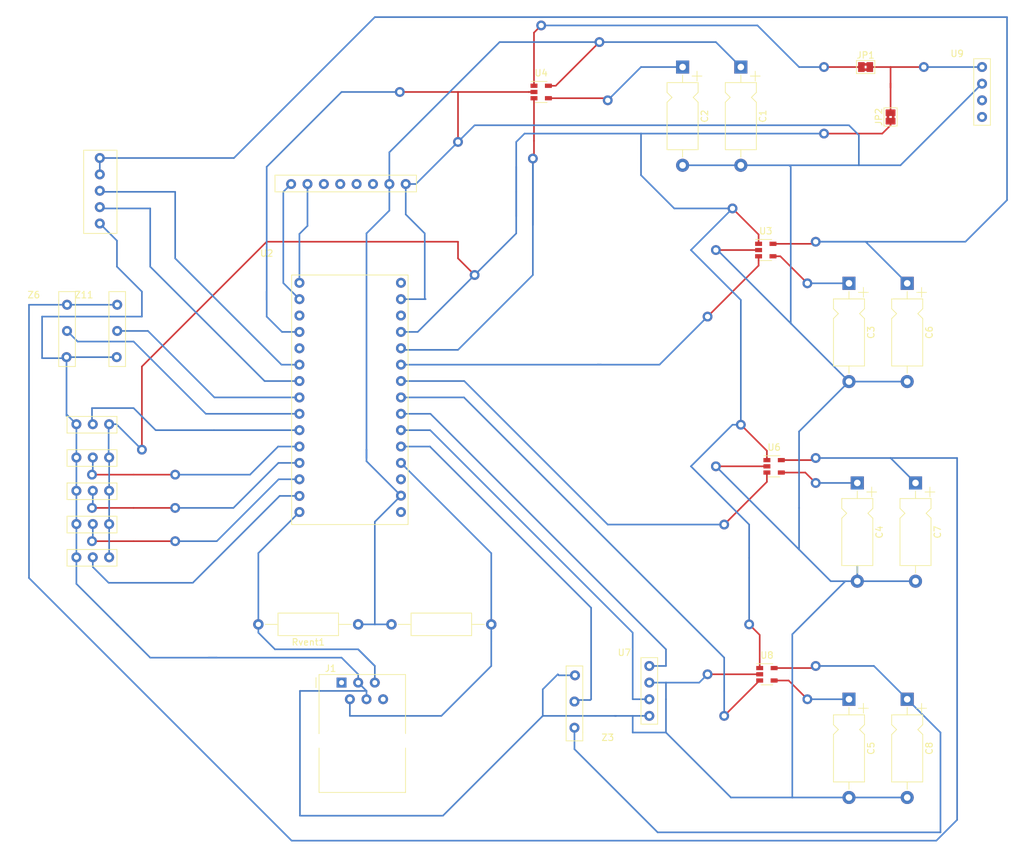
<source format=kicad_pcb>
(kicad_pcb (version 20171130) (host pcbnew "(5.1.7)-1")

  (general
    (thickness 1.6)
    (drawings 4)
    (tracks 373)
    (zones 0)
    (modules 30)
    (nets 47)
  )

  (page A3)
  (layers
    (0 F.Cu signal)
    (31 B.Cu signal)
    (32 B.Adhes user)
    (33 F.Adhes user)
    (34 B.Paste user)
    (35 F.Paste user)
    (36 B.SilkS user hide)
    (37 F.SilkS user)
    (38 B.Mask user)
    (39 F.Mask user)
    (40 Dwgs.User user)
    (41 Cmts.User user)
    (42 Eco1.User user)
    (43 Eco2.User user)
    (44 Edge.Cuts user)
    (45 Margin user)
    (46 B.CrtYd user)
    (47 F.CrtYd user)
    (48 B.Fab user)
    (49 F.Fab user)
  )

  (setup
    (last_trace_width 0.25)
    (trace_clearance 0.2)
    (zone_clearance 0.508)
    (zone_45_only no)
    (trace_min 0.2)
    (via_size 0.8)
    (via_drill 0.4)
    (via_min_size 0.4)
    (via_min_drill 0.3)
    (uvia_size 0.3)
    (uvia_drill 0.1)
    (uvias_allowed no)
    (uvia_min_size 0.2)
    (uvia_min_drill 0.1)
    (edge_width 0.05)
    (segment_width 0.2)
    (pcb_text_width 0.3)
    (pcb_text_size 1.5 1.5)
    (mod_edge_width 0.12)
    (mod_text_size 1 1)
    (mod_text_width 0.15)
    (pad_size 1.524 1.524)
    (pad_drill 0.762)
    (pad_to_mask_clearance 0)
    (aux_axis_origin 0 0)
    (visible_elements 7FFFFF7F)
    (pcbplotparams
      (layerselection 0x010fc_ffffffff)
      (usegerberextensions false)
      (usegerberattributes true)
      (usegerberadvancedattributes true)
      (creategerberjobfile true)
      (excludeedgelayer true)
      (linewidth 0.100000)
      (plotframeref false)
      (viasonmask false)
      (mode 1)
      (useauxorigin false)
      (hpglpennumber 1)
      (hpglpenspeed 20)
      (hpglpendiameter 15.000000)
      (psnegative false)
      (psa4output false)
      (plotreference true)
      (plotvalue true)
      (plotinvisibletext false)
      (padsonsilk false)
      (subtractmaskfromsilk false)
      (outputformat 1)
      (mirror false)
      (drillshape 1)
      (scaleselection 1)
      (outputdirectory ""))
  )

  (net 0 "")
  (net 1 +3V3)
  (net 2 "Net-(U2-Pad30)")
  (net 3 "Net-(U2-Pad28)")
  (net 4 "Net-(U2-Pad26)")
  (net 5 "Net-(U2-Pad25)")
  (net 6 "Net-(U2-Pad24)")
  (net 7 "Net-(U2-Pad23)")
  (net 8 "Net-(U2-Pad22)")
  (net 9 "Net-(U2-Pad21)")
  (net 10 "Net-(U2-Pad20)")
  (net 11 +5V)
  (net 12 "Net-(U2-Pad18)")
  (net 13 GND)
  (net 14 "Net-(U2-Pad16)")
  (net 15 "Net-(U2-Pad14)")
  (net 16 "Net-(U2-Pad13)")
  (net 17 "Net-(U2-Pad12)")
  (net 18 "Net-(U2-Pad11)")
  (net 19 "Net-(U2-Pad10)")
  (net 20 "Net-(U2-Pad9)")
  (net 21 "Net-(U2-Pad8)")
  (net 22 "Net-(U2-Pad7)")
  (net 23 "Net-(U2-Pad6)")
  (net 24 "Net-(U2-Pad5)")
  (net 25 "Net-(U2-Pad3)")
  (net 26 "Net-(U1-Pad1)")
  (net 27 "Net-(U1-Pad2)")
  (net 28 "Net-(U1-Pad6)")
  (net 29 "Net-(U1-Pad5)")
  (net 30 "Net-(U1-Pad4)")
  (net 31 "Net-(U1-Pad3)")
  (net 32 "Net-(J1-Pad6)")
  (net 33 "Net-(J1-Pad5)")
  (net 34 "Net-(J1-Pad2)")
  (net 35 "Net-(J1-Pad1)")
  (net 36 3_3V_son)
  (net 37 "Net-(C2-Pad1)")
  (net 38 "Net-(C3-Pad1)")
  (net 39 "Net-(C4-Pad1)")
  (net 40 "Net-(C5-Pad1)")
  (net 41 5V_jauge)
  (net 42 5V_DHT)
  (net 43 "Net-(JP1-Pad1)")
  (net 44 "Net-(JP1-Pad2)")
  (net 45 "Net-(U9-Pad3)")
  (net 46 "Net-(U9-Pad4)")

  (net_class Default "This is the default net class."
    (clearance 0.2)
    (trace_width 0.25)
    (via_dia 0.8)
    (via_drill 0.4)
    (uvia_dia 0.3)
    (uvia_drill 0.1)
    (add_net +3V3)
    (add_net +5V)
    (add_net 3_3V_son)
    (add_net 5V_DHT)
    (add_net 5V_jauge)
    (add_net GND)
    (add_net "Net-(C2-Pad1)")
    (add_net "Net-(C3-Pad1)")
    (add_net "Net-(C4-Pad1)")
    (add_net "Net-(C5-Pad1)")
    (add_net "Net-(J1-Pad1)")
    (add_net "Net-(J1-Pad2)")
    (add_net "Net-(J1-Pad5)")
    (add_net "Net-(J1-Pad6)")
    (add_net "Net-(JP1-Pad1)")
    (add_net "Net-(JP1-Pad2)")
    (add_net "Net-(U1-Pad1)")
    (add_net "Net-(U1-Pad2)")
    (add_net "Net-(U1-Pad3)")
    (add_net "Net-(U1-Pad4)")
    (add_net "Net-(U1-Pad5)")
    (add_net "Net-(U1-Pad6)")
    (add_net "Net-(U2-Pad10)")
    (add_net "Net-(U2-Pad11)")
    (add_net "Net-(U2-Pad12)")
    (add_net "Net-(U2-Pad13)")
    (add_net "Net-(U2-Pad14)")
    (add_net "Net-(U2-Pad16)")
    (add_net "Net-(U2-Pad18)")
    (add_net "Net-(U2-Pad20)")
    (add_net "Net-(U2-Pad21)")
    (add_net "Net-(U2-Pad22)")
    (add_net "Net-(U2-Pad23)")
    (add_net "Net-(U2-Pad24)")
    (add_net "Net-(U2-Pad25)")
    (add_net "Net-(U2-Pad26)")
    (add_net "Net-(U2-Pad28)")
    (add_net "Net-(U2-Pad3)")
    (add_net "Net-(U2-Pad30)")
    (add_net "Net-(U2-Pad5)")
    (add_net "Net-(U2-Pad6)")
    (add_net "Net-(U2-Pad7)")
    (add_net "Net-(U2-Pad8)")
    (add_net "Net-(U2-Pad9)")
    (add_net "Net-(U9-Pad3)")
    (add_net "Net-(U9-Pad4)")
  )

  (module PCB_ruche_G2:temp_hum (layer F.Cu) (tedit 5FB7F87C) (tstamp 5FB82233)
    (at 245.11 189.23 180)
    (path /5FAD0809)
    (fp_text reference Z3 (at 0 0.5) (layer F.SilkS)
      (effects (font (size 1 1) (thickness 0.15)))
    )
    (fp_text value "grove son" (at 0 -0.5) (layer F.Fab)
      (effects (font (size 1 1) (thickness 0.15)))
    )
    (fp_line (start 3.81 0) (end 6.35 0) (layer F.SilkS) (width 0.12))
    (fp_line (start 6.35 1.27) (end 6.35 11.43) (layer F.SilkS) (width 0.12))
    (fp_line (start 6.35 11.43) (end 3.81 11.43) (layer F.SilkS) (width 0.12))
    (fp_line (start 3.81 11.43) (end 3.81 1.27) (layer F.SilkS) (width 0.12))
    (fp_line (start 3.81 0) (end 3.81 1.27) (layer F.SilkS) (width 0.12))
    (fp_line (start 6.35 0) (end 6.35 1.27) (layer F.SilkS) (width 0.12))
    (pad 3 thru_hole circle (at 5.08 2 180) (size 1.524 1.524) (drill 0.762) (layers *.Cu *.Mask)
      (net 36 3_3V_son))
    (pad 1 thru_hole circle (at 5 10 180) (size 1.524 1.524) (drill 0.762) (layers *.Cu *.Mask)
      (net 13 GND))
    (pad 2 thru_hole circle (at 5.08 6 180) (size 1.524 1.524) (drill 0.762) (layers *.Cu *.Mask)
      (net 4 "Net-(U2-Pad26)"))
  )

  (module PCB_ruche_G2:temp_hum (layer F.Cu) (tedit 5FB7F87C) (tstamp 5FB89718)
    (at 165.14 120.65)
    (path /5FB53781)
    (fp_text reference Z11 (at 0 0.5) (layer F.SilkS)
      (effects (font (size 1 1) (thickness 0.15)))
    )
    (fp_text value "grove DHT22" (at 0 -0.5) (layer F.Fab)
      (effects (font (size 1 1) (thickness 0.15)))
    )
    (fp_line (start 6.35 0) (end 6.35 1.27) (layer F.SilkS) (width 0.12))
    (fp_line (start 3.81 0) (end 3.81 1.27) (layer F.SilkS) (width 0.12))
    (fp_line (start 3.81 11.43) (end 3.81 1.27) (layer F.SilkS) (width 0.12))
    (fp_line (start 6.35 11.43) (end 3.81 11.43) (layer F.SilkS) (width 0.12))
    (fp_line (start 6.35 1.27) (end 6.35 11.43) (layer F.SilkS) (width 0.12))
    (fp_line (start 3.81 0) (end 6.35 0) (layer F.SilkS) (width 0.12))
    (pad 3 thru_hole circle (at 5.08 2) (size 1.524 1.524) (drill 0.762) (layers *.Cu *.Mask)
      (net 42 5V_DHT))
    (pad 1 thru_hole circle (at 5 10) (size 1.524 1.524) (drill 0.762) (layers *.Cu *.Mask)
      (net 13 GND))
    (pad 2 thru_hole circle (at 5.08 6) (size 1.524 1.524) (drill 0.762) (layers *.Cu *.Mask)
      (net 21 "Net-(U2-Pad8)"))
  )

  (module PCB_ruche_G2:temp_hum (layer F.Cu) (tedit 5FB7F87C) (tstamp 5FB896BB)
    (at 157.48 120.65)
    (path /5FA0F8BB)
    (fp_text reference Z6 (at 0 0.5) (layer F.SilkS)
      (effects (font (size 1 1) (thickness 0.15)))
    )
    (fp_text value "grove DHT22" (at 0 -0.5) (layer F.Fab)
      (effects (font (size 1 1) (thickness 0.15)))
    )
    (fp_line (start 6.35 0) (end 6.35 1.27) (layer F.SilkS) (width 0.12))
    (fp_line (start 3.81 0) (end 3.81 1.27) (layer F.SilkS) (width 0.12))
    (fp_line (start 3.81 11.43) (end 3.81 1.27) (layer F.SilkS) (width 0.12))
    (fp_line (start 6.35 11.43) (end 3.81 11.43) (layer F.SilkS) (width 0.12))
    (fp_line (start 6.35 1.27) (end 6.35 11.43) (layer F.SilkS) (width 0.12))
    (fp_line (start 3.81 0) (end 6.35 0) (layer F.SilkS) (width 0.12))
    (pad 3 thru_hole circle (at 5.08 2) (size 1.524 1.524) (drill 0.762) (layers *.Cu *.Mask)
      (net 42 5V_DHT))
    (pad 1 thru_hole circle (at 5 10) (size 1.524 1.524) (drill 0.762) (layers *.Cu *.Mask)
      (net 13 GND))
    (pad 2 thru_hole circle (at 5.08 6) (size 1.524 1.524) (drill 0.762) (layers *.Cu *.Mask)
      (net 20 "Net-(U2-Pad9)"))
  )

  (module PCB_ruche_G2:temp_hum (layer F.Cu) (tedit 5FA032AC) (tstamp 5FAD530C)
    (at 173.99 135.89 270)
    (path /5FADC8FB)
    (fp_text reference Z7 (at 0 0.5 90) (layer F.SilkS) hide
      (effects (font (size 1 1) (thickness 0.15)))
    )
    (fp_text value "temp DS18B20" (at 7.62 10.08) (layer F.Fab)
      (effects (font (size 1 1) (thickness 0.15)))
    )
    (fp_line (start 3.81 3.81) (end 3.81 11.43) (layer F.SilkS) (width 0.12))
    (fp_line (start 3.81 11.43) (end 6.35 11.43) (layer F.SilkS) (width 0.12))
    (fp_line (start 6.35 11.43) (end 6.35 3.81) (layer F.SilkS) (width 0.12))
    (fp_line (start 6.35 3.81) (end 3.81 3.81) (layer F.SilkS) (width 0.12))
    (pad 2 thru_hole circle (at 5 7.5 270) (size 1.524 1.524) (drill 0.762) (layers *.Cu *.Mask)
      (net 19 "Net-(U2-Pad10)"))
    (pad 1 thru_hole circle (at 5 10 270) (size 1.524 1.524) (drill 0.762) (layers *.Cu *.Mask)
      (net 13 GND))
    (pad 3 thru_hole circle (at 5 5 270) (size 1.524 1.524) (drill 0.762) (layers *.Cu *.Mask)
      (net 11 +5V))
  )

  (module PCB_ruche_G2:temp_hum (layer F.Cu) (tedit 5FA032AC) (tstamp 5FAD5322)
    (at 173.99 140.97 270)
    (path /5FAE43FC)
    (fp_text reference Z9 (at 0 0.5 90) (layer F.SilkS) hide
      (effects (font (size 1 1) (thickness 0.15)))
    )
    (fp_text value "temp DS18B20" (at 7.62 10.16) (layer F.Fab)
      (effects (font (size 1 1) (thickness 0.15)))
    )
    (fp_line (start 6.35 3.81) (end 3.81 3.81) (layer F.SilkS) (width 0.12))
    (fp_line (start 6.35 11.43) (end 6.35 3.81) (layer F.SilkS) (width 0.12))
    (fp_line (start 3.81 11.43) (end 6.35 11.43) (layer F.SilkS) (width 0.12))
    (fp_line (start 3.81 3.81) (end 3.81 11.43) (layer F.SilkS) (width 0.12))
    (pad 3 thru_hole circle (at 5 5 270) (size 1.524 1.524) (drill 0.762) (layers *.Cu *.Mask)
      (net 11 +5V))
    (pad 1 thru_hole circle (at 5 10 270) (size 1.524 1.524) (drill 0.762) (layers *.Cu *.Mask)
      (net 13 GND))
    (pad 2 thru_hole circle (at 5 7.5 270) (size 1.524 1.524) (drill 0.762) (layers *.Cu *.Mask)
      (net 18 "Net-(U2-Pad11)"))
  )

  (module PCB_ruche_G2:ampli_jauge_contrainte (layer F.Cu) (tedit 5FA02F0B) (tstamp 5FA0955E)
    (at 162.56 95.25)
    (path /5F9BA519)
    (fp_text reference Z2 (at 0 0.5) (layer F.SilkS) hide
      (effects (font (size 1 1) (thickness 0.15)))
    )
    (fp_text value "ampli jauge contrainte" (at 3.81 19.05) (layer F.Fab)
      (effects (font (size 1 1) (thickness 0.15)))
    )
    (fp_line (start 7.62 3.81) (end 2.54 3.81) (layer F.SilkS) (width 0.12))
    (fp_line (start 2.54 3.81) (end 2.54 16.51) (layer F.SilkS) (width 0.12))
    (fp_line (start 2.54 16.51) (end 7.62 16.51) (layer F.SilkS) (width 0.12))
    (fp_line (start 7.62 16.51) (end 7.62 3.81) (layer F.SilkS) (width 0.12))
    (pad 5 thru_hole circle (at 5 15) (size 1.524 1.524) (drill 0.762) (layers *.Cu *.Mask)
      (net 13 GND))
    (pad 4 thru_hole circle (at 5 12.5) (size 1.524 1.524) (drill 0.762) (layers *.Cu *.Mask)
      (net 22 "Net-(U2-Pad7)"))
    (pad 3 thru_hole circle (at 5 10) (size 1.524 1.524) (drill 0.762) (layers *.Cu *.Mask)
      (net 23 "Net-(U2-Pad6)"))
    (pad 2 thru_hole circle (at 5 7.5) (size 1.524 1.524) (drill 0.762) (layers *.Cu *.Mask)
      (net 41 5V_jauge))
    (pad 1 thru_hole circle (at 5 5) (size 1.524 1.524) (drill 0.762) (layers *.Cu *.Mask)
      (net 41 5V_jauge))
  )

  (module Connector_RJ:RJ12_Amphenol_54601 (layer F.Cu) (tedit 5AE2E32D) (tstamp 5FB3CBFC)
    (at 204.47 180.34)
    (descr "RJ12 connector  https://cdn.amphenol-icc.com/media/wysiwyg/files/drawing/c-bmj-0082.pdf")
    (tags "RJ12 connector")
    (path /5FB682AF)
    (fp_text reference J1 (at -1.67 -2.16) (layer F.SilkS)
      (effects (font (size 1 1) (thickness 0.15)))
    )
    (fp_text value RJ12 (at 3.54 18.3) (layer F.Fab)
      (effects (font (size 1 1) (thickness 0.15)))
    )
    (fp_line (start -3.43 -0.48) (end -3.43 -1.23) (layer F.Fab) (width 0.1))
    (fp_line (start -2.93 0.02) (end -3.43 -0.48) (layer F.Fab) (width 0.1))
    (fp_line (start -3.43 0.52) (end -2.93 0.02) (layer F.Fab) (width 0.1))
    (fp_line (start -3.9 0.77) (end -3.9 -0.76) (layer F.SilkS) (width 0.12))
    (fp_line (start -3.43 7.79) (end -3.43 -1.23) (layer F.SilkS) (width 0.12))
    (fp_line (start -3.43 7.72) (end -3.43 7.79) (layer F.SilkS) (width 0.1))
    (fp_line (start -3.43 16.77) (end -3.43 9.99) (layer F.SilkS) (width 0.12))
    (fp_line (start 9.77 16.77) (end -3.43 16.77) (layer F.SilkS) (width 0.12))
    (fp_line (start 9.77 16.76) (end 9.77 16.77) (layer F.SilkS) (width 0.1))
    (fp_line (start 9.77 16.77) (end 9.77 9.99) (layer F.SilkS) (width 0.12))
    (fp_line (start 9.77 16.65) (end 9.77 16.77) (layer F.SilkS) (width 0.1))
    (fp_line (start 9.77 -1.23) (end 9.77 7.79) (layer F.SilkS) (width 0.12))
    (fp_line (start -3.43 -1.23) (end 9.77 -1.23) (layer F.SilkS) (width 0.12))
    (fp_line (start -4.04 17.27) (end -4.04 -1.73) (layer F.CrtYd) (width 0.05))
    (fp_line (start 10.38 17.27) (end -4.04 17.27) (layer F.CrtYd) (width 0.05))
    (fp_line (start 10.38 -1.73) (end 10.38 17.27) (layer F.CrtYd) (width 0.05))
    (fp_line (start -4.04 -1.73) (end 10.38 -1.73) (layer F.CrtYd) (width 0.05))
    (fp_line (start 9.77 16.77) (end -3.43 16.77) (layer F.Fab) (width 0.1))
    (fp_line (start 9.77 -1.23) (end 9.77 16.77) (layer F.Fab) (width 0.1))
    (fp_line (start -3.43 -1.23) (end 9.77 -1.23) (layer F.Fab) (width 0.1))
    (fp_line (start -3.43 16.77) (end -3.43 0.52) (layer F.Fab) (width 0.1))
    (fp_text user %R (at 3.16 7.76) (layer F.Fab)
      (effects (font (size 1 1) (thickness 0.15)))
    )
    (pad "" np_thru_hole circle (at 8.25 8.89) (size 3.25 3.25) (drill 3.25) (layers *.Cu *.Mask))
    (pad 6 thru_hole circle (at 6.35 2.54) (size 1.52 1.52) (drill 0.76) (layers *.Cu *.Mask)
      (net 32 "Net-(J1-Pad6)"))
    (pad 5 thru_hole circle (at 5.08 0) (size 1.52 1.52) (drill 0.76) (layers *.Cu *.Mask)
      (net 33 "Net-(J1-Pad5)"))
    (pad 4 thru_hole circle (at 3.81 2.54) (size 1.52 1.52) (drill 0.76) (layers *.Cu *.Mask)
      (net 13 GND))
    (pad 3 thru_hole circle (at 2.54 0) (size 1.52 1.52) (drill 0.76) (layers *.Cu *.Mask)
      (net 13 GND))
    (pad 2 thru_hole circle (at 1.27 2.54) (size 1.52 1.52) (drill 0.76) (layers *.Cu *.Mask)
      (net 34 "Net-(J1-Pad2)"))
    (pad "" np_thru_hole circle (at -1.91 8.89) (size 3.25 3.25) (drill 3.25) (layers *.Cu *.Mask))
    (pad 1 thru_hole rect (at 0 0) (size 1.52 1.52) (drill 0.76) (layers *.Cu *.Mask)
      (net 35 "Net-(J1-Pad1)"))
    (model ${KISYS3DMOD}/Connector_RJ.3dshapes/RJ12_Amphenol_54601.wrl
      (at (xyz 0 0 0))
      (scale (xyz 1 1 1))
      (rotate (xyz 0 0 0))
    )
  )

  (module PCB_ruche_G2:wisol (layer F.Cu) (tedit 5FA03285) (tstamp 5FA096FE)
    (at 191.77 109.22 90)
    (path /5FA0940B)
    (fp_text reference U1 (at 0 0.5 90) (layer F.SilkS) hide
      (effects (font (size 1 1) (thickness 0.15)))
    )
    (fp_text value wisol (at 5.08 27.94 180) (layer F.Fab)
      (effects (font (size 1 1) (thickness 0.15)))
    )
    (fp_line (start 3.81 2.54) (end 6.35 2.54) (layer F.SilkS) (width 0.12))
    (fp_line (start 6.35 2.54) (end 6.35 24.13) (layer F.SilkS) (width 0.12))
    (fp_line (start 6.35 24.13) (end 3.81 24.13) (layer F.SilkS) (width 0.12))
    (fp_line (start 3.81 24.13) (end 3.81 2.54) (layer F.SilkS) (width 0.12))
    (pad 8 thru_hole circle (at 5 22.5 90) (size 1.524 1.524) (drill 0.762) (layers *.Cu *.Mask)
      (net 13 GND))
    (pad 7 thru_hole circle (at 5 20 90) (size 1.524 1.524) (drill 0.762) (layers *.Cu *.Mask)
      (net 1 +3V3))
    (pad 6 thru_hole circle (at 5 17.5 90) (size 1.524 1.524) (drill 0.762) (layers *.Cu *.Mask)
      (net 28 "Net-(U1-Pad6)"))
    (pad 5 thru_hole circle (at 5 15 90) (size 1.524 1.524) (drill 0.762) (layers *.Cu *.Mask)
      (net 29 "Net-(U1-Pad5)"))
    (pad 4 thru_hole circle (at 5 12.5 90) (size 1.524 1.524) (drill 0.762) (layers *.Cu *.Mask)
      (net 30 "Net-(U1-Pad4)"))
    (pad 3 thru_hole circle (at 5 10 90) (size 1.524 1.524) (drill 0.762) (layers *.Cu *.Mask)
      (net 31 "Net-(U1-Pad3)"))
    (pad 2 thru_hole circle (at 5 7.5 90) (size 1.524 1.524) (drill 0.762) (layers *.Cu *.Mask)
      (net 27 "Net-(U1-Pad2)"))
    (pad 1 thru_hole circle (at 5 5 90) (size 1.524 1.524) (drill 0.762) (layers *.Cu *.Mask)
      (net 26 "Net-(U1-Pad1)"))
  )

  (module Resistor_THT:R_Axial_DIN0309_L9.0mm_D3.2mm_P15.24mm_Horizontal (layer F.Cu) (tedit 5AE5139B) (tstamp 5FA09507)
    (at 212.09 171.45)
    (descr "Resistor, Axial_DIN0309 series, Axial, Horizontal, pin pitch=15.24mm, 0.5W = 1/2W, length*diameter=9*3.2mm^2, http://cdn-reichelt.de/documents/datenblatt/B400/1_4W%23YAG.pdf")
    (tags "Resistor Axial_DIN0309 series Axial Horizontal pin pitch 15.24mm 0.5W = 1/2W length 9mm diameter 3.2mm")
    (path /5FAB9AEB)
    (fp_text reference Rgir1 (at 7.62 -2.72) (layer F.Fab)
      (effects (font (size 1 1) (thickness 0.15)))
    )
    (fp_text value 10k (at 7.62 2.72) (layer F.Fab)
      (effects (font (size 1 1) (thickness 0.15)))
    )
    (fp_line (start 16.29 -1.85) (end -1.05 -1.85) (layer F.CrtYd) (width 0.05))
    (fp_line (start 16.29 1.85) (end 16.29 -1.85) (layer F.CrtYd) (width 0.05))
    (fp_line (start -1.05 1.85) (end 16.29 1.85) (layer F.CrtYd) (width 0.05))
    (fp_line (start -1.05 -1.85) (end -1.05 1.85) (layer F.CrtYd) (width 0.05))
    (fp_line (start 14.2 0) (end 12.24 0) (layer F.SilkS) (width 0.12))
    (fp_line (start 1.04 0) (end 3 0) (layer F.SilkS) (width 0.12))
    (fp_line (start 12.24 -1.72) (end 3 -1.72) (layer F.SilkS) (width 0.12))
    (fp_line (start 12.24 1.72) (end 12.24 -1.72) (layer F.SilkS) (width 0.12))
    (fp_line (start 3 1.72) (end 12.24 1.72) (layer F.SilkS) (width 0.12))
    (fp_line (start 3 -1.72) (end 3 1.72) (layer F.SilkS) (width 0.12))
    (fp_line (start 15.24 0) (end 12.12 0) (layer F.Fab) (width 0.1))
    (fp_line (start 0 0) (end 3.12 0) (layer F.Fab) (width 0.1))
    (fp_line (start 12.12 -1.6) (end 3.12 -1.6) (layer F.Fab) (width 0.1))
    (fp_line (start 12.12 1.6) (end 12.12 -1.6) (layer F.Fab) (width 0.1))
    (fp_line (start 3.12 1.6) (end 12.12 1.6) (layer F.Fab) (width 0.1))
    (fp_line (start 3.12 -1.6) (end 3.12 1.6) (layer F.Fab) (width 0.1))
    (fp_text user %R (at 7.62 0) (layer F.Fab) hide
      (effects (font (size 1 1) (thickness 0.15)))
    )
    (pad 2 thru_hole oval (at 15.24 0) (size 1.6 1.6) (drill 0.8) (layers *.Cu *.Mask)
      (net 34 "Net-(J1-Pad2)"))
    (pad 1 thru_hole circle (at 0 0) (size 1.6 1.6) (drill 0.8) (layers *.Cu *.Mask)
      (net 1 +3V3))
    (model ${KISYS3DMOD}/Resistor_THT.3dshapes/R_Axial_DIN0309_L9.0mm_D3.2mm_P15.24mm_Horizontal.wrl
      (at (xyz 0 0 0))
      (scale (xyz 1 1 1))
      (rotate (xyz 0 0 0))
    )
  )

  (module PCB_ruche_G2:temp_hum (layer F.Cu) (tedit 5FA032AC) (tstamp 5FA09581)
    (at 173.99 156.21 270)
    (path /5FA06F0E)
    (fp_text reference Z5 (at 0 0.5 90) (layer F.SilkS) hide
      (effects (font (size 1 1) (thickness 0.15)))
    )
    (fp_text value "temp DS18B20" (at 7.62 10.16) (layer F.Fab)
      (effects (font (size 1 1) (thickness 0.15)))
    )
    (fp_line (start 6.35 3.81) (end 3.81 3.81) (layer F.SilkS) (width 0.12))
    (fp_line (start 6.35 11.43) (end 6.35 3.81) (layer F.SilkS) (width 0.12))
    (fp_line (start 3.81 11.43) (end 6.35 11.43) (layer F.SilkS) (width 0.12))
    (fp_line (start 3.81 3.81) (end 3.81 11.43) (layer F.SilkS) (width 0.12))
    (pad 2 thru_hole circle (at 5 7.5 270) (size 1.524 1.524) (drill 0.762) (layers *.Cu *.Mask)
      (net 15 "Net-(U2-Pad14)"))
    (pad 1 thru_hole circle (at 5 10 270) (size 1.524 1.524) (drill 0.762) (layers *.Cu *.Mask)
      (net 13 GND))
    (pad 3 thru_hole circle (at 5 5 270) (size 1.524 1.524) (drill 0.762) (layers *.Cu *.Mask)
      (net 11 +5V))
  )

  (module PCB_ruche_G2:temp_hum (layer F.Cu) (tedit 5FA032AC) (tstamp 5FAD5317)
    (at 173.99 146.05 270)
    (path /5FADFF1E)
    (fp_text reference Z8 (at 0 0.5 90) (layer F.SilkS) hide
      (effects (font (size 1 1) (thickness 0.15)))
    )
    (fp_text value "temp DS18B20" (at 7.62 10.16) (layer F.Fab)
      (effects (font (size 1 1) (thickness 0.15)))
    )
    (fp_line (start 6.35 3.81) (end 3.81 3.81) (layer F.SilkS) (width 0.12))
    (fp_line (start 6.35 11.43) (end 6.35 3.81) (layer F.SilkS) (width 0.12))
    (fp_line (start 3.81 11.43) (end 6.35 11.43) (layer F.SilkS) (width 0.12))
    (fp_line (start 3.81 3.81) (end 3.81 11.43) (layer F.SilkS) (width 0.12))
    (pad 3 thru_hole circle (at 5 5 270) (size 1.524 1.524) (drill 0.762) (layers *.Cu *.Mask)
      (net 11 +5V))
    (pad 1 thru_hole circle (at 5 10 270) (size 1.524 1.524) (drill 0.762) (layers *.Cu *.Mask)
      (net 13 GND))
    (pad 2 thru_hole circle (at 5 7.5 270) (size 1.524 1.524) (drill 0.762) (layers *.Cu *.Mask)
      (net 17 "Net-(U2-Pad12)"))
  )

  (module PCB_ruche_G2:temp_hum (layer F.Cu) (tedit 5FA032AC) (tstamp 5FAD532D)
    (at 173.99 151.13 270)
    (path /5FAE1629)
    (fp_text reference Z10 (at 0 0.5 90) (layer F.SilkS) hide
      (effects (font (size 1 1) (thickness 0.15)))
    )
    (fp_text value "temp DS18B20" (at 7.62 10.16) (layer F.Fab)
      (effects (font (size 1 1) (thickness 0.15)))
    )
    (fp_line (start 3.81 3.81) (end 3.81 11.43) (layer F.SilkS) (width 0.12))
    (fp_line (start 3.81 11.43) (end 6.35 11.43) (layer F.SilkS) (width 0.12))
    (fp_line (start 6.35 11.43) (end 6.35 3.81) (layer F.SilkS) (width 0.12))
    (fp_line (start 6.35 3.81) (end 3.81 3.81) (layer F.SilkS) (width 0.12))
    (pad 2 thru_hole circle (at 5 7.5 270) (size 1.524 1.524) (drill 0.762) (layers *.Cu *.Mask)
      (net 16 "Net-(U2-Pad13)"))
    (pad 1 thru_hole circle (at 5 10 270) (size 1.524 1.524) (drill 0.762) (layers *.Cu *.Mask)
      (net 13 GND))
    (pad 3 thru_hole circle (at 5 5 270) (size 1.524 1.524) (drill 0.762) (layers *.Cu *.Mask)
      (net 11 +5V))
  )

  (module Resistor_THT:R_Axial_DIN0309_L9.0mm_D3.2mm_P15.24mm_Horizontal (layer F.Cu) (tedit 5AE5139B) (tstamp 5FB3CC13)
    (at 207.01 171.45 180)
    (descr "Resistor, Axial_DIN0309 series, Axial, Horizontal, pin pitch=15.24mm, 0.5W = 1/2W, length*diameter=9*3.2mm^2, http://cdn-reichelt.de/documents/datenblatt/B400/1_4W%23YAG.pdf")
    (tags "Resistor Axial_DIN0309 series Axial Horizontal pin pitch 15.24mm 0.5W = 1/2W length 9mm diameter 3.2mm")
    (path /5FB92945)
    (fp_text reference Rvent1 (at 7.62 -2.72) (layer F.SilkS)
      (effects (font (size 1 1) (thickness 0.15)))
    )
    (fp_text value 10k (at 7.62 2.72) (layer F.Fab)
      (effects (font (size 1 1) (thickness 0.15)))
    )
    (fp_line (start 3.12 -1.6) (end 3.12 1.6) (layer F.Fab) (width 0.1))
    (fp_line (start 3.12 1.6) (end 12.12 1.6) (layer F.Fab) (width 0.1))
    (fp_line (start 12.12 1.6) (end 12.12 -1.6) (layer F.Fab) (width 0.1))
    (fp_line (start 12.12 -1.6) (end 3.12 -1.6) (layer F.Fab) (width 0.1))
    (fp_line (start 0 0) (end 3.12 0) (layer F.Fab) (width 0.1))
    (fp_line (start 15.24 0) (end 12.12 0) (layer F.Fab) (width 0.1))
    (fp_line (start 3 -1.72) (end 3 1.72) (layer F.SilkS) (width 0.12))
    (fp_line (start 3 1.72) (end 12.24 1.72) (layer F.SilkS) (width 0.12))
    (fp_line (start 12.24 1.72) (end 12.24 -1.72) (layer F.SilkS) (width 0.12))
    (fp_line (start 12.24 -1.72) (end 3 -1.72) (layer F.SilkS) (width 0.12))
    (fp_line (start 1.04 0) (end 3 0) (layer F.SilkS) (width 0.12))
    (fp_line (start 14.2 0) (end 12.24 0) (layer F.SilkS) (width 0.12))
    (fp_line (start -1.05 -1.85) (end -1.05 1.85) (layer F.CrtYd) (width 0.05))
    (fp_line (start -1.05 1.85) (end 16.29 1.85) (layer F.CrtYd) (width 0.05))
    (fp_line (start 16.29 1.85) (end 16.29 -1.85) (layer F.CrtYd) (width 0.05))
    (fp_line (start 16.29 -1.85) (end -1.05 -1.85) (layer F.CrtYd) (width 0.05))
    (fp_text user %R (at 7.62 0) (layer F.Fab)
      (effects (font (size 1 1) (thickness 0.15)))
    )
    (pad 1 thru_hole circle (at 0 0 180) (size 1.6 1.6) (drill 0.8) (layers *.Cu *.Mask)
      (net 1 +3V3))
    (pad 2 thru_hole oval (at 15.24 0 180) (size 1.6 1.6) (drill 0.8) (layers *.Cu *.Mask)
      (net 33 "Net-(J1-Pad5)"))
    (model ${KISYS3DMOD}/Resistor_THT.3dshapes/R_Axial_DIN0309_L9.0mm_D3.2mm_P15.24mm_Horizontal.wrl
      (at (xyz 0 0 0))
      (scale (xyz 1 1 1))
      (rotate (xyz 0 0 0))
    )
  )

  (module Package_TO_SOT_SMD:SOT-23-5 (layer F.Cu) (tedit 5A02FF57) (tstamp 5FB3E5BF)
    (at 269.24 114.3)
    (descr "5-pin SOT23 package")
    (tags SOT-23-5)
    (path /5FBB72B1)
    (attr smd)
    (fp_text reference U3 (at 0 -2.9) (layer F.SilkS)
      (effects (font (size 1 1) (thickness 0.15)))
    )
    (fp_text value LDO_jauge (at 0 2.9) (layer F.Fab)
      (effects (font (size 1 1) (thickness 0.15)))
    )
    (fp_line (start -0.9 1.61) (end 0.9 1.61) (layer F.SilkS) (width 0.12))
    (fp_line (start 0.9 -1.61) (end -1.55 -1.61) (layer F.SilkS) (width 0.12))
    (fp_line (start -1.9 -1.8) (end 1.9 -1.8) (layer F.CrtYd) (width 0.05))
    (fp_line (start 1.9 -1.8) (end 1.9 1.8) (layer F.CrtYd) (width 0.05))
    (fp_line (start 1.9 1.8) (end -1.9 1.8) (layer F.CrtYd) (width 0.05))
    (fp_line (start -1.9 1.8) (end -1.9 -1.8) (layer F.CrtYd) (width 0.05))
    (fp_line (start -0.9 -0.9) (end -0.25 -1.55) (layer F.Fab) (width 0.1))
    (fp_line (start 0.9 -1.55) (end -0.25 -1.55) (layer F.Fab) (width 0.1))
    (fp_line (start -0.9 -0.9) (end -0.9 1.55) (layer F.Fab) (width 0.1))
    (fp_line (start 0.9 1.55) (end -0.9 1.55) (layer F.Fab) (width 0.1))
    (fp_line (start 0.9 -1.55) (end 0.9 1.55) (layer F.Fab) (width 0.1))
    (fp_text user %R (at 0 0 90) (layer F.Fab)
      (effects (font (size 0.5 0.5) (thickness 0.075)))
    )
    (pad 1 smd rect (at -1.1 -0.95) (size 1.06 0.65) (layers F.Cu F.Paste F.Mask)
      (net 11 +5V))
    (pad 2 smd rect (at -1.1 0) (size 1.06 0.65) (layers F.Cu F.Paste F.Mask)
      (net 13 GND))
    (pad 3 smd rect (at -1.1 0.95) (size 1.06 0.65) (layers F.Cu F.Paste F.Mask)
      (net 9 "Net-(U2-Pad21)"))
    (pad 4 smd rect (at 1.1 0.95) (size 1.06 0.65) (layers F.Cu F.Paste F.Mask)
      (net 38 "Net-(C3-Pad1)"))
    (pad 5 smd rect (at 1.1 -0.95) (size 1.06 0.65) (layers F.Cu F.Paste F.Mask)
      (net 41 5V_jauge))
    (model ${KISYS3DMOD}/Package_TO_SOT_SMD.3dshapes/SOT-23-5.wrl
      (at (xyz 0 0 0))
      (scale (xyz 1 1 1))
      (rotate (xyz 0 0 0))
    )
  )

  (module Package_TO_SOT_SMD:SOT-23-5 (layer F.Cu) (tedit 5A02FF57) (tstamp 5FB3E5D4)
    (at 270.51 147.32)
    (descr "5-pin SOT23 package")
    (tags SOT-23-5)
    (path /5FBCCEF7)
    (attr smd)
    (fp_text reference U6 (at 0 -2.9) (layer F.SilkS)
      (effects (font (size 1 1) (thickness 0.15)))
    )
    (fp_text value LDO_DHT (at 0 2.9) (layer F.Fab)
      (effects (font (size 1 1) (thickness 0.15)))
    )
    (fp_line (start -0.9 1.61) (end 0.9 1.61) (layer F.SilkS) (width 0.12))
    (fp_line (start 0.9 -1.61) (end -1.55 -1.61) (layer F.SilkS) (width 0.12))
    (fp_line (start -1.9 -1.8) (end 1.9 -1.8) (layer F.CrtYd) (width 0.05))
    (fp_line (start 1.9 -1.8) (end 1.9 1.8) (layer F.CrtYd) (width 0.05))
    (fp_line (start 1.9 1.8) (end -1.9 1.8) (layer F.CrtYd) (width 0.05))
    (fp_line (start -1.9 1.8) (end -1.9 -1.8) (layer F.CrtYd) (width 0.05))
    (fp_line (start -0.9 -0.9) (end -0.25 -1.55) (layer F.Fab) (width 0.1))
    (fp_line (start 0.9 -1.55) (end -0.25 -1.55) (layer F.Fab) (width 0.1))
    (fp_line (start -0.9 -0.9) (end -0.9 1.55) (layer F.Fab) (width 0.1))
    (fp_line (start 0.9 1.55) (end -0.9 1.55) (layer F.Fab) (width 0.1))
    (fp_line (start 0.9 -1.55) (end 0.9 1.55) (layer F.Fab) (width 0.1))
    (fp_text user %R (at 0 0 90) (layer F.Fab)
      (effects (font (size 0.5 0.5) (thickness 0.075)))
    )
    (pad 1 smd rect (at -1.1 -0.95) (size 1.06 0.65) (layers F.Cu F.Paste F.Mask)
      (net 11 +5V))
    (pad 2 smd rect (at -1.1 0) (size 1.06 0.65) (layers F.Cu F.Paste F.Mask)
      (net 13 GND))
    (pad 3 smd rect (at -1.1 0.95) (size 1.06 0.65) (layers F.Cu F.Paste F.Mask)
      (net 8 "Net-(U2-Pad22)"))
    (pad 4 smd rect (at 1.1 0.95) (size 1.06 0.65) (layers F.Cu F.Paste F.Mask)
      (net 39 "Net-(C4-Pad1)"))
    (pad 5 smd rect (at 1.1 -0.95) (size 1.06 0.65) (layers F.Cu F.Paste F.Mask)
      (net 42 5V_DHT))
    (model ${KISYS3DMOD}/Package_TO_SOT_SMD.3dshapes/SOT-23-5.wrl
      (at (xyz 0 0 0))
      (scale (xyz 1 1 1))
      (rotate (xyz 0 0 0))
    )
  )

  (module Package_TO_SOT_SMD:SOT-23-5 (layer F.Cu) (tedit 5A02FF57) (tstamp 5FB3E5E9)
    (at 269.41 179.07)
    (descr "5-pin SOT23 package")
    (tags SOT-23-5)
    (path /5FBD164B)
    (attr smd)
    (fp_text reference U8 (at 0 -2.9) (layer F.SilkS)
      (effects (font (size 1 1) (thickness 0.15)))
    )
    (fp_text value LDO_son (at 0 2.9) (layer F.Fab)
      (effects (font (size 1 1) (thickness 0.15)))
    )
    (fp_line (start 0.9 -1.55) (end 0.9 1.55) (layer F.Fab) (width 0.1))
    (fp_line (start 0.9 1.55) (end -0.9 1.55) (layer F.Fab) (width 0.1))
    (fp_line (start -0.9 -0.9) (end -0.9 1.55) (layer F.Fab) (width 0.1))
    (fp_line (start 0.9 -1.55) (end -0.25 -1.55) (layer F.Fab) (width 0.1))
    (fp_line (start -0.9 -0.9) (end -0.25 -1.55) (layer F.Fab) (width 0.1))
    (fp_line (start -1.9 1.8) (end -1.9 -1.8) (layer F.CrtYd) (width 0.05))
    (fp_line (start 1.9 1.8) (end -1.9 1.8) (layer F.CrtYd) (width 0.05))
    (fp_line (start 1.9 -1.8) (end 1.9 1.8) (layer F.CrtYd) (width 0.05))
    (fp_line (start -1.9 -1.8) (end 1.9 -1.8) (layer F.CrtYd) (width 0.05))
    (fp_line (start 0.9 -1.61) (end -1.55 -1.61) (layer F.SilkS) (width 0.12))
    (fp_line (start -0.9 1.61) (end 0.9 1.61) (layer F.SilkS) (width 0.12))
    (fp_text user %R (at 0 0 90) (layer F.Fab)
      (effects (font (size 0.5 0.5) (thickness 0.075)))
    )
    (pad 5 smd rect (at 1.1 -0.95) (size 1.06 0.65) (layers F.Cu F.Paste F.Mask)
      (net 36 3_3V_son))
    (pad 4 smd rect (at 1.1 0.95) (size 1.06 0.65) (layers F.Cu F.Paste F.Mask)
      (net 40 "Net-(C5-Pad1)"))
    (pad 3 smd rect (at -1.1 0.95) (size 1.06 0.65) (layers F.Cu F.Paste F.Mask)
      (net 7 "Net-(U2-Pad23)"))
    (pad 2 smd rect (at -1.1 0) (size 1.06 0.65) (layers F.Cu F.Paste F.Mask)
      (net 13 GND))
    (pad 1 smd rect (at -1.1 -0.95) (size 1.06 0.65) (layers F.Cu F.Paste F.Mask)
      (net 11 +5V))
    (model ${KISYS3DMOD}/Package_TO_SOT_SMD.3dshapes/SOT-23-5.wrl
      (at (xyz 0 0 0))
      (scale (xyz 1 1 1))
      (rotate (xyz 0 0 0))
    )
  )

  (module Capacitor_THT:CP_Axial_L10.0mm_D4.5mm_P15.00mm_Horizontal (layer F.Cu) (tedit 5AE50EF2) (tstamp 5FB6FF75)
    (at 265.43 86.36 270)
    (descr "CP, Axial series, Axial, Horizontal, pin pitch=15mm, , length*diameter=10*4.5mm^2, Electrolytic Capacitor, , http://www.vishay.com/docs/28325/021asm.pdf")
    (tags "CP Axial series Axial Horizontal pin pitch 15mm  length 10mm diameter 4.5mm Electrolytic Capacitor")
    (path /5FC08B99)
    (fp_text reference C1 (at 7.5 -3.37 90) (layer F.SilkS)
      (effects (font (size 1 1) (thickness 0.15)))
    )
    (fp_text value C (at 7.5 3.37 90) (layer F.Fab)
      (effects (font (size 1 1) (thickness 0.15)))
    )
    (fp_line (start 2.5 -2.25) (end 2.5 2.25) (layer F.Fab) (width 0.1))
    (fp_line (start 12.5 -2.25) (end 12.5 2.25) (layer F.Fab) (width 0.1))
    (fp_line (start 2.5 -2.25) (end 3.88 -2.25) (layer F.Fab) (width 0.1))
    (fp_line (start 3.88 -2.25) (end 4.63 -1.5) (layer F.Fab) (width 0.1))
    (fp_line (start 4.63 -1.5) (end 5.38 -2.25) (layer F.Fab) (width 0.1))
    (fp_line (start 5.38 -2.25) (end 12.5 -2.25) (layer F.Fab) (width 0.1))
    (fp_line (start 2.5 2.25) (end 3.88 2.25) (layer F.Fab) (width 0.1))
    (fp_line (start 3.88 2.25) (end 4.63 1.5) (layer F.Fab) (width 0.1))
    (fp_line (start 4.63 1.5) (end 5.38 2.25) (layer F.Fab) (width 0.1))
    (fp_line (start 5.38 2.25) (end 12.5 2.25) (layer F.Fab) (width 0.1))
    (fp_line (start 0 0) (end 2.5 0) (layer F.Fab) (width 0.1))
    (fp_line (start 15 0) (end 12.5 0) (layer F.Fab) (width 0.1))
    (fp_line (start 3.9 0) (end 5.4 0) (layer F.Fab) (width 0.1))
    (fp_line (start 4.65 -0.75) (end 4.65 0.75) (layer F.Fab) (width 0.1))
    (fp_line (start 0.63 -2.2) (end 2.13 -2.2) (layer F.SilkS) (width 0.12))
    (fp_line (start 1.38 -2.95) (end 1.38 -1.45) (layer F.SilkS) (width 0.12))
    (fp_line (start 2.38 -2.37) (end 2.38 2.37) (layer F.SilkS) (width 0.12))
    (fp_line (start 12.62 -2.37) (end 12.62 2.37) (layer F.SilkS) (width 0.12))
    (fp_line (start 2.38 -2.37) (end 3.88 -2.37) (layer F.SilkS) (width 0.12))
    (fp_line (start 3.88 -2.37) (end 4.63 -1.62) (layer F.SilkS) (width 0.12))
    (fp_line (start 4.63 -1.62) (end 5.38 -2.37) (layer F.SilkS) (width 0.12))
    (fp_line (start 5.38 -2.37) (end 12.62 -2.37) (layer F.SilkS) (width 0.12))
    (fp_line (start 2.38 2.37) (end 3.88 2.37) (layer F.SilkS) (width 0.12))
    (fp_line (start 3.88 2.37) (end 4.63 1.62) (layer F.SilkS) (width 0.12))
    (fp_line (start 4.63 1.62) (end 5.38 2.37) (layer F.SilkS) (width 0.12))
    (fp_line (start 5.38 2.37) (end 12.62 2.37) (layer F.SilkS) (width 0.12))
    (fp_line (start 1.24 0) (end 2.38 0) (layer F.SilkS) (width 0.12))
    (fp_line (start 13.76 0) (end 12.62 0) (layer F.SilkS) (width 0.12))
    (fp_line (start -1.25 -2.5) (end -1.25 2.5) (layer F.CrtYd) (width 0.05))
    (fp_line (start -1.25 2.5) (end 16.25 2.5) (layer F.CrtYd) (width 0.05))
    (fp_line (start 16.25 2.5) (end 16.25 -2.5) (layer F.CrtYd) (width 0.05))
    (fp_line (start 16.25 -2.5) (end -1.25 -2.5) (layer F.CrtYd) (width 0.05))
    (fp_text user %R (at 7.5 0 90) (layer F.Fab)
      (effects (font (size 1 1) (thickness 0.15)))
    )
    (pad 2 thru_hole oval (at 15 0 270) (size 2 2) (drill 1) (layers *.Cu *.Mask)
      (net 13 GND))
    (pad 1 thru_hole rect (at 0 0 270) (size 2 2) (drill 1) (layers *.Cu *.Mask)
      (net 1 +3V3))
    (model ${KISYS3DMOD}/Capacitor_THT.3dshapes/CP_Axial_L10.0mm_D4.5mm_P15.00mm_Horizontal.wrl
      (at (xyz 0 0 0))
      (scale (xyz 1 1 1))
      (rotate (xyz 0 0 0))
    )
  )

  (module Capacitor_THT:CP_Axial_L10.0mm_D4.5mm_P15.00mm_Horizontal (layer F.Cu) (tedit 5AE50EF2) (tstamp 5FB6FF9C)
    (at 256.54 86.36 270)
    (descr "CP, Axial series, Axial, Horizontal, pin pitch=15mm, , length*diameter=10*4.5mm^2, Electrolytic Capacitor, , http://www.vishay.com/docs/28325/021asm.pdf")
    (tags "CP Axial series Axial Horizontal pin pitch 15mm  length 10mm diameter 4.5mm Electrolytic Capacitor")
    (path /5FC09B09)
    (fp_text reference C2 (at 7.5 -3.37 90) (layer F.SilkS)
      (effects (font (size 1 1) (thickness 0.15)))
    )
    (fp_text value C (at 7.5 3.37 90) (layer F.Fab)
      (effects (font (size 1 1) (thickness 0.15)))
    )
    (fp_line (start 16.25 -2.5) (end -1.25 -2.5) (layer F.CrtYd) (width 0.05))
    (fp_line (start 16.25 2.5) (end 16.25 -2.5) (layer F.CrtYd) (width 0.05))
    (fp_line (start -1.25 2.5) (end 16.25 2.5) (layer F.CrtYd) (width 0.05))
    (fp_line (start -1.25 -2.5) (end -1.25 2.5) (layer F.CrtYd) (width 0.05))
    (fp_line (start 13.76 0) (end 12.62 0) (layer F.SilkS) (width 0.12))
    (fp_line (start 1.24 0) (end 2.38 0) (layer F.SilkS) (width 0.12))
    (fp_line (start 5.38 2.37) (end 12.62 2.37) (layer F.SilkS) (width 0.12))
    (fp_line (start 4.63 1.62) (end 5.38 2.37) (layer F.SilkS) (width 0.12))
    (fp_line (start 3.88 2.37) (end 4.63 1.62) (layer F.SilkS) (width 0.12))
    (fp_line (start 2.38 2.37) (end 3.88 2.37) (layer F.SilkS) (width 0.12))
    (fp_line (start 5.38 -2.37) (end 12.62 -2.37) (layer F.SilkS) (width 0.12))
    (fp_line (start 4.63 -1.62) (end 5.38 -2.37) (layer F.SilkS) (width 0.12))
    (fp_line (start 3.88 -2.37) (end 4.63 -1.62) (layer F.SilkS) (width 0.12))
    (fp_line (start 2.38 -2.37) (end 3.88 -2.37) (layer F.SilkS) (width 0.12))
    (fp_line (start 12.62 -2.37) (end 12.62 2.37) (layer F.SilkS) (width 0.12))
    (fp_line (start 2.38 -2.37) (end 2.38 2.37) (layer F.SilkS) (width 0.12))
    (fp_line (start 1.38 -2.95) (end 1.38 -1.45) (layer F.SilkS) (width 0.12))
    (fp_line (start 0.63 -2.2) (end 2.13 -2.2) (layer F.SilkS) (width 0.12))
    (fp_line (start 4.65 -0.75) (end 4.65 0.75) (layer F.Fab) (width 0.1))
    (fp_line (start 3.9 0) (end 5.4 0) (layer F.Fab) (width 0.1))
    (fp_line (start 15 0) (end 12.5 0) (layer F.Fab) (width 0.1))
    (fp_line (start 0 0) (end 2.5 0) (layer F.Fab) (width 0.1))
    (fp_line (start 5.38 2.25) (end 12.5 2.25) (layer F.Fab) (width 0.1))
    (fp_line (start 4.63 1.5) (end 5.38 2.25) (layer F.Fab) (width 0.1))
    (fp_line (start 3.88 2.25) (end 4.63 1.5) (layer F.Fab) (width 0.1))
    (fp_line (start 2.5 2.25) (end 3.88 2.25) (layer F.Fab) (width 0.1))
    (fp_line (start 5.38 -2.25) (end 12.5 -2.25) (layer F.Fab) (width 0.1))
    (fp_line (start 4.63 -1.5) (end 5.38 -2.25) (layer F.Fab) (width 0.1))
    (fp_line (start 3.88 -2.25) (end 4.63 -1.5) (layer F.Fab) (width 0.1))
    (fp_line (start 2.5 -2.25) (end 3.88 -2.25) (layer F.Fab) (width 0.1))
    (fp_line (start 12.5 -2.25) (end 12.5 2.25) (layer F.Fab) (width 0.1))
    (fp_line (start 2.5 -2.25) (end 2.5 2.25) (layer F.Fab) (width 0.1))
    (fp_text user %R (at 7.5 0 90) (layer F.Fab)
      (effects (font (size 1 1) (thickness 0.15)))
    )
    (pad 1 thru_hole rect (at 0 0 270) (size 2 2) (drill 1) (layers *.Cu *.Mask)
      (net 37 "Net-(C2-Pad1)"))
    (pad 2 thru_hole oval (at 15 0 270) (size 2 2) (drill 1) (layers *.Cu *.Mask)
      (net 13 GND))
    (model ${KISYS3DMOD}/Capacitor_THT.3dshapes/CP_Axial_L10.0mm_D4.5mm_P15.00mm_Horizontal.wrl
      (at (xyz 0 0 0))
      (scale (xyz 1 1 1))
      (rotate (xyz 0 0 0))
    )
  )

  (module Capacitor_THT:CP_Axial_L10.0mm_D4.5mm_P15.00mm_Horizontal (layer F.Cu) (tedit 5AE50EF2) (tstamp 5FB6FFC3)
    (at 281.94 119.38 270)
    (descr "CP, Axial series, Axial, Horizontal, pin pitch=15mm, , length*diameter=10*4.5mm^2, Electrolytic Capacitor, , http://www.vishay.com/docs/28325/021asm.pdf")
    (tags "CP Axial series Axial Horizontal pin pitch 15mm  length 10mm diameter 4.5mm Electrolytic Capacitor")
    (path /5FC3094D)
    (fp_text reference C3 (at 7.5 -3.37 90) (layer F.SilkS)
      (effects (font (size 1 1) (thickness 0.15)))
    )
    (fp_text value C (at 7.5 3.37 90) (layer F.Fab)
      (effects (font (size 1 1) (thickness 0.15)))
    )
    (fp_line (start 16.25 -2.5) (end -1.25 -2.5) (layer F.CrtYd) (width 0.05))
    (fp_line (start 16.25 2.5) (end 16.25 -2.5) (layer F.CrtYd) (width 0.05))
    (fp_line (start -1.25 2.5) (end 16.25 2.5) (layer F.CrtYd) (width 0.05))
    (fp_line (start -1.25 -2.5) (end -1.25 2.5) (layer F.CrtYd) (width 0.05))
    (fp_line (start 13.76 0) (end 12.62 0) (layer F.SilkS) (width 0.12))
    (fp_line (start 1.24 0) (end 2.38 0) (layer F.SilkS) (width 0.12))
    (fp_line (start 5.38 2.37) (end 12.62 2.37) (layer F.SilkS) (width 0.12))
    (fp_line (start 4.63 1.62) (end 5.38 2.37) (layer F.SilkS) (width 0.12))
    (fp_line (start 3.88 2.37) (end 4.63 1.62) (layer F.SilkS) (width 0.12))
    (fp_line (start 2.38 2.37) (end 3.88 2.37) (layer F.SilkS) (width 0.12))
    (fp_line (start 5.38 -2.37) (end 12.62 -2.37) (layer F.SilkS) (width 0.12))
    (fp_line (start 4.63 -1.62) (end 5.38 -2.37) (layer F.SilkS) (width 0.12))
    (fp_line (start 3.88 -2.37) (end 4.63 -1.62) (layer F.SilkS) (width 0.12))
    (fp_line (start 2.38 -2.37) (end 3.88 -2.37) (layer F.SilkS) (width 0.12))
    (fp_line (start 12.62 -2.37) (end 12.62 2.37) (layer F.SilkS) (width 0.12))
    (fp_line (start 2.38 -2.37) (end 2.38 2.37) (layer F.SilkS) (width 0.12))
    (fp_line (start 1.38 -2.95) (end 1.38 -1.45) (layer F.SilkS) (width 0.12))
    (fp_line (start 0.63 -2.2) (end 2.13 -2.2) (layer F.SilkS) (width 0.12))
    (fp_line (start 4.65 -0.75) (end 4.65 0.75) (layer F.Fab) (width 0.1))
    (fp_line (start 3.9 0) (end 5.4 0) (layer F.Fab) (width 0.1))
    (fp_line (start 15 0) (end 12.5 0) (layer F.Fab) (width 0.1))
    (fp_line (start 0 0) (end 2.5 0) (layer F.Fab) (width 0.1))
    (fp_line (start 5.38 2.25) (end 12.5 2.25) (layer F.Fab) (width 0.1))
    (fp_line (start 4.63 1.5) (end 5.38 2.25) (layer F.Fab) (width 0.1))
    (fp_line (start 3.88 2.25) (end 4.63 1.5) (layer F.Fab) (width 0.1))
    (fp_line (start 2.5 2.25) (end 3.88 2.25) (layer F.Fab) (width 0.1))
    (fp_line (start 5.38 -2.25) (end 12.5 -2.25) (layer F.Fab) (width 0.1))
    (fp_line (start 4.63 -1.5) (end 5.38 -2.25) (layer F.Fab) (width 0.1))
    (fp_line (start 3.88 -2.25) (end 4.63 -1.5) (layer F.Fab) (width 0.1))
    (fp_line (start 2.5 -2.25) (end 3.88 -2.25) (layer F.Fab) (width 0.1))
    (fp_line (start 12.5 -2.25) (end 12.5 2.25) (layer F.Fab) (width 0.1))
    (fp_line (start 2.5 -2.25) (end 2.5 2.25) (layer F.Fab) (width 0.1))
    (fp_text user %R (at 7.5 0 90) (layer F.Fab)
      (effects (font (size 1 1) (thickness 0.15)))
    )
    (pad 1 thru_hole rect (at 0 0 270) (size 2 2) (drill 1) (layers *.Cu *.Mask)
      (net 38 "Net-(C3-Pad1)"))
    (pad 2 thru_hole oval (at 15 0 270) (size 2 2) (drill 1) (layers *.Cu *.Mask)
      (net 13 GND))
    (model ${KISYS3DMOD}/Capacitor_THT.3dshapes/CP_Axial_L10.0mm_D4.5mm_P15.00mm_Horizontal.wrl
      (at (xyz 0 0 0))
      (scale (xyz 1 1 1))
      (rotate (xyz 0 0 0))
    )
  )

  (module Capacitor_THT:CP_Axial_L10.0mm_D4.5mm_P15.00mm_Horizontal (layer F.Cu) (tedit 5AE50EF2) (tstamp 5FB6FFEA)
    (at 283.21 149.86 270)
    (descr "CP, Axial series, Axial, Horizontal, pin pitch=15mm, , length*diameter=10*4.5mm^2, Electrolytic Capacitor, , http://www.vishay.com/docs/28325/021asm.pdf")
    (tags "CP Axial series Axial Horizontal pin pitch 15mm  length 10mm diameter 4.5mm Electrolytic Capacitor")
    (path /5FC4F465)
    (fp_text reference C4 (at 7.5 -3.37 90) (layer F.SilkS)
      (effects (font (size 1 1) (thickness 0.15)))
    )
    (fp_text value C (at 7.5 3.37 90) (layer F.Fab)
      (effects (font (size 1 1) (thickness 0.15)))
    )
    (fp_line (start 16.25 -2.5) (end -1.25 -2.5) (layer F.CrtYd) (width 0.05))
    (fp_line (start 16.25 2.5) (end 16.25 -2.5) (layer F.CrtYd) (width 0.05))
    (fp_line (start -1.25 2.5) (end 16.25 2.5) (layer F.CrtYd) (width 0.05))
    (fp_line (start -1.25 -2.5) (end -1.25 2.5) (layer F.CrtYd) (width 0.05))
    (fp_line (start 13.76 0) (end 12.62 0) (layer F.SilkS) (width 0.12))
    (fp_line (start 1.24 0) (end 2.38 0) (layer F.SilkS) (width 0.12))
    (fp_line (start 5.38 2.37) (end 12.62 2.37) (layer F.SilkS) (width 0.12))
    (fp_line (start 4.63 1.62) (end 5.38 2.37) (layer F.SilkS) (width 0.12))
    (fp_line (start 3.88 2.37) (end 4.63 1.62) (layer F.SilkS) (width 0.12))
    (fp_line (start 2.38 2.37) (end 3.88 2.37) (layer F.SilkS) (width 0.12))
    (fp_line (start 5.38 -2.37) (end 12.62 -2.37) (layer F.SilkS) (width 0.12))
    (fp_line (start 4.63 -1.62) (end 5.38 -2.37) (layer F.SilkS) (width 0.12))
    (fp_line (start 3.88 -2.37) (end 4.63 -1.62) (layer F.SilkS) (width 0.12))
    (fp_line (start 2.38 -2.37) (end 3.88 -2.37) (layer F.SilkS) (width 0.12))
    (fp_line (start 12.62 -2.37) (end 12.62 2.37) (layer F.SilkS) (width 0.12))
    (fp_line (start 2.38 -2.37) (end 2.38 2.37) (layer F.SilkS) (width 0.12))
    (fp_line (start 1.38 -2.95) (end 1.38 -1.45) (layer F.SilkS) (width 0.12))
    (fp_line (start 0.63 -2.2) (end 2.13 -2.2) (layer F.SilkS) (width 0.12))
    (fp_line (start 4.65 -0.75) (end 4.65 0.75) (layer F.Fab) (width 0.1))
    (fp_line (start 3.9 0) (end 5.4 0) (layer F.Fab) (width 0.1))
    (fp_line (start 15 0) (end 12.5 0) (layer F.Fab) (width 0.1))
    (fp_line (start 0 0) (end 2.5 0) (layer F.Fab) (width 0.1))
    (fp_line (start 5.38 2.25) (end 12.5 2.25) (layer F.Fab) (width 0.1))
    (fp_line (start 4.63 1.5) (end 5.38 2.25) (layer F.Fab) (width 0.1))
    (fp_line (start 3.88 2.25) (end 4.63 1.5) (layer F.Fab) (width 0.1))
    (fp_line (start 2.5 2.25) (end 3.88 2.25) (layer F.Fab) (width 0.1))
    (fp_line (start 5.38 -2.25) (end 12.5 -2.25) (layer F.Fab) (width 0.1))
    (fp_line (start 4.63 -1.5) (end 5.38 -2.25) (layer F.Fab) (width 0.1))
    (fp_line (start 3.88 -2.25) (end 4.63 -1.5) (layer F.Fab) (width 0.1))
    (fp_line (start 2.5 -2.25) (end 3.88 -2.25) (layer F.Fab) (width 0.1))
    (fp_line (start 12.5 -2.25) (end 12.5 2.25) (layer F.Fab) (width 0.1))
    (fp_line (start 2.5 -2.25) (end 2.5 2.25) (layer F.Fab) (width 0.1))
    (fp_text user %R (at 7.5 0 90) (layer F.Fab)
      (effects (font (size 1 1) (thickness 0.15)))
    )
    (pad 1 thru_hole rect (at 0 0 270) (size 2 2) (drill 1) (layers *.Cu *.Mask)
      (net 39 "Net-(C4-Pad1)"))
    (pad 2 thru_hole oval (at 15 0 270) (size 2 2) (drill 1) (layers *.Cu *.Mask)
      (net 13 GND))
    (model ${KISYS3DMOD}/Capacitor_THT.3dshapes/CP_Axial_L10.0mm_D4.5mm_P15.00mm_Horizontal.wrl
      (at (xyz 0 0 0))
      (scale (xyz 1 1 1))
      (rotate (xyz 0 0 0))
    )
  )

  (module Capacitor_THT:CP_Axial_L10.0mm_D4.5mm_P15.00mm_Horizontal (layer F.Cu) (tedit 5AE50EF2) (tstamp 5FB70011)
    (at 281.94 182.88 270)
    (descr "CP, Axial series, Axial, Horizontal, pin pitch=15mm, , length*diameter=10*4.5mm^2, Electrolytic Capacitor, , http://www.vishay.com/docs/28325/021asm.pdf")
    (tags "CP Axial series Axial Horizontal pin pitch 15mm  length 10mm diameter 4.5mm Electrolytic Capacitor")
    (path /5FC6FF38)
    (fp_text reference C5 (at 7.5 -3.37 90) (layer F.SilkS)
      (effects (font (size 1 1) (thickness 0.15)))
    )
    (fp_text value C (at 7.5 3.37 90) (layer F.Fab)
      (effects (font (size 1 1) (thickness 0.15)))
    )
    (fp_line (start 16.25 -2.5) (end -1.25 -2.5) (layer F.CrtYd) (width 0.05))
    (fp_line (start 16.25 2.5) (end 16.25 -2.5) (layer F.CrtYd) (width 0.05))
    (fp_line (start -1.25 2.5) (end 16.25 2.5) (layer F.CrtYd) (width 0.05))
    (fp_line (start -1.25 -2.5) (end -1.25 2.5) (layer F.CrtYd) (width 0.05))
    (fp_line (start 13.76 0) (end 12.62 0) (layer F.SilkS) (width 0.12))
    (fp_line (start 1.24 0) (end 2.38 0) (layer F.SilkS) (width 0.12))
    (fp_line (start 5.38 2.37) (end 12.62 2.37) (layer F.SilkS) (width 0.12))
    (fp_line (start 4.63 1.62) (end 5.38 2.37) (layer F.SilkS) (width 0.12))
    (fp_line (start 3.88 2.37) (end 4.63 1.62) (layer F.SilkS) (width 0.12))
    (fp_line (start 2.38 2.37) (end 3.88 2.37) (layer F.SilkS) (width 0.12))
    (fp_line (start 5.38 -2.37) (end 12.62 -2.37) (layer F.SilkS) (width 0.12))
    (fp_line (start 4.63 -1.62) (end 5.38 -2.37) (layer F.SilkS) (width 0.12))
    (fp_line (start 3.88 -2.37) (end 4.63 -1.62) (layer F.SilkS) (width 0.12))
    (fp_line (start 2.38 -2.37) (end 3.88 -2.37) (layer F.SilkS) (width 0.12))
    (fp_line (start 12.62 -2.37) (end 12.62 2.37) (layer F.SilkS) (width 0.12))
    (fp_line (start 2.38 -2.37) (end 2.38 2.37) (layer F.SilkS) (width 0.12))
    (fp_line (start 1.38 -2.95) (end 1.38 -1.45) (layer F.SilkS) (width 0.12))
    (fp_line (start 0.63 -2.2) (end 2.13 -2.2) (layer F.SilkS) (width 0.12))
    (fp_line (start 4.65 -0.75) (end 4.65 0.75) (layer F.Fab) (width 0.1))
    (fp_line (start 3.9 0) (end 5.4 0) (layer F.Fab) (width 0.1))
    (fp_line (start 15 0) (end 12.5 0) (layer F.Fab) (width 0.1))
    (fp_line (start 0 0) (end 2.5 0) (layer F.Fab) (width 0.1))
    (fp_line (start 5.38 2.25) (end 12.5 2.25) (layer F.Fab) (width 0.1))
    (fp_line (start 4.63 1.5) (end 5.38 2.25) (layer F.Fab) (width 0.1))
    (fp_line (start 3.88 2.25) (end 4.63 1.5) (layer F.Fab) (width 0.1))
    (fp_line (start 2.5 2.25) (end 3.88 2.25) (layer F.Fab) (width 0.1))
    (fp_line (start 5.38 -2.25) (end 12.5 -2.25) (layer F.Fab) (width 0.1))
    (fp_line (start 4.63 -1.5) (end 5.38 -2.25) (layer F.Fab) (width 0.1))
    (fp_line (start 3.88 -2.25) (end 4.63 -1.5) (layer F.Fab) (width 0.1))
    (fp_line (start 2.5 -2.25) (end 3.88 -2.25) (layer F.Fab) (width 0.1))
    (fp_line (start 12.5 -2.25) (end 12.5 2.25) (layer F.Fab) (width 0.1))
    (fp_line (start 2.5 -2.25) (end 2.5 2.25) (layer F.Fab) (width 0.1))
    (fp_text user %R (at 7.5 0 90) (layer F.Fab)
      (effects (font (size 1 1) (thickness 0.15)))
    )
    (pad 1 thru_hole rect (at 0 0 270) (size 2 2) (drill 1) (layers *.Cu *.Mask)
      (net 40 "Net-(C5-Pad1)"))
    (pad 2 thru_hole oval (at 15 0 270) (size 2 2) (drill 1) (layers *.Cu *.Mask)
      (net 13 GND))
    (model ${KISYS3DMOD}/Capacitor_THT.3dshapes/CP_Axial_L10.0mm_D4.5mm_P15.00mm_Horizontal.wrl
      (at (xyz 0 0 0))
      (scale (xyz 1 1 1))
      (rotate (xyz 0 0 0))
    )
  )

  (module Capacitor_THT:CP_Axial_L10.0mm_D4.5mm_P15.00mm_Horizontal (layer F.Cu) (tedit 5AE50EF2) (tstamp 5FB70038)
    (at 290.83 119.38 270)
    (descr "CP, Axial series, Axial, Horizontal, pin pitch=15mm, , length*diameter=10*4.5mm^2, Electrolytic Capacitor, , http://www.vishay.com/docs/28325/021asm.pdf")
    (tags "CP Axial series Axial Horizontal pin pitch 15mm  length 10mm diameter 4.5mm Electrolytic Capacitor")
    (path /5FC33CE2)
    (fp_text reference C6 (at 7.5 -3.37 90) (layer F.SilkS)
      (effects (font (size 1 1) (thickness 0.15)))
    )
    (fp_text value C (at 7.5 3.37 90) (layer F.Fab)
      (effects (font (size 1 1) (thickness 0.15)))
    )
    (fp_line (start 2.5 -2.25) (end 2.5 2.25) (layer F.Fab) (width 0.1))
    (fp_line (start 12.5 -2.25) (end 12.5 2.25) (layer F.Fab) (width 0.1))
    (fp_line (start 2.5 -2.25) (end 3.88 -2.25) (layer F.Fab) (width 0.1))
    (fp_line (start 3.88 -2.25) (end 4.63 -1.5) (layer F.Fab) (width 0.1))
    (fp_line (start 4.63 -1.5) (end 5.38 -2.25) (layer F.Fab) (width 0.1))
    (fp_line (start 5.38 -2.25) (end 12.5 -2.25) (layer F.Fab) (width 0.1))
    (fp_line (start 2.5 2.25) (end 3.88 2.25) (layer F.Fab) (width 0.1))
    (fp_line (start 3.88 2.25) (end 4.63 1.5) (layer F.Fab) (width 0.1))
    (fp_line (start 4.63 1.5) (end 5.38 2.25) (layer F.Fab) (width 0.1))
    (fp_line (start 5.38 2.25) (end 12.5 2.25) (layer F.Fab) (width 0.1))
    (fp_line (start 0 0) (end 2.5 0) (layer F.Fab) (width 0.1))
    (fp_line (start 15 0) (end 12.5 0) (layer F.Fab) (width 0.1))
    (fp_line (start 3.9 0) (end 5.4 0) (layer F.Fab) (width 0.1))
    (fp_line (start 4.65 -0.75) (end 4.65 0.75) (layer F.Fab) (width 0.1))
    (fp_line (start 0.63 -2.2) (end 2.13 -2.2) (layer F.SilkS) (width 0.12))
    (fp_line (start 1.38 -2.95) (end 1.38 -1.45) (layer F.SilkS) (width 0.12))
    (fp_line (start 2.38 -2.37) (end 2.38 2.37) (layer F.SilkS) (width 0.12))
    (fp_line (start 12.62 -2.37) (end 12.62 2.37) (layer F.SilkS) (width 0.12))
    (fp_line (start 2.38 -2.37) (end 3.88 -2.37) (layer F.SilkS) (width 0.12))
    (fp_line (start 3.88 -2.37) (end 4.63 -1.62) (layer F.SilkS) (width 0.12))
    (fp_line (start 4.63 -1.62) (end 5.38 -2.37) (layer F.SilkS) (width 0.12))
    (fp_line (start 5.38 -2.37) (end 12.62 -2.37) (layer F.SilkS) (width 0.12))
    (fp_line (start 2.38 2.37) (end 3.88 2.37) (layer F.SilkS) (width 0.12))
    (fp_line (start 3.88 2.37) (end 4.63 1.62) (layer F.SilkS) (width 0.12))
    (fp_line (start 4.63 1.62) (end 5.38 2.37) (layer F.SilkS) (width 0.12))
    (fp_line (start 5.38 2.37) (end 12.62 2.37) (layer F.SilkS) (width 0.12))
    (fp_line (start 1.24 0) (end 2.38 0) (layer F.SilkS) (width 0.12))
    (fp_line (start 13.76 0) (end 12.62 0) (layer F.SilkS) (width 0.12))
    (fp_line (start -1.25 -2.5) (end -1.25 2.5) (layer F.CrtYd) (width 0.05))
    (fp_line (start -1.25 2.5) (end 16.25 2.5) (layer F.CrtYd) (width 0.05))
    (fp_line (start 16.25 2.5) (end 16.25 -2.5) (layer F.CrtYd) (width 0.05))
    (fp_line (start 16.25 -2.5) (end -1.25 -2.5) (layer F.CrtYd) (width 0.05))
    (fp_text user %R (at 7.5 0 90) (layer F.Fab)
      (effects (font (size 1 1) (thickness 0.15)))
    )
    (pad 2 thru_hole oval (at 15 0 270) (size 2 2) (drill 1) (layers *.Cu *.Mask)
      (net 13 GND))
    (pad 1 thru_hole rect (at 0 0 270) (size 2 2) (drill 1) (layers *.Cu *.Mask)
      (net 41 5V_jauge))
    (model ${KISYS3DMOD}/Capacitor_THT.3dshapes/CP_Axial_L10.0mm_D4.5mm_P15.00mm_Horizontal.wrl
      (at (xyz 0 0 0))
      (scale (xyz 1 1 1))
      (rotate (xyz 0 0 0))
    )
  )

  (module Capacitor_THT:CP_Axial_L10.0mm_D4.5mm_P15.00mm_Horizontal (layer F.Cu) (tedit 5AE50EF2) (tstamp 5FB7005F)
    (at 292.1 149.86 270)
    (descr "CP, Axial series, Axial, Horizontal, pin pitch=15mm, , length*diameter=10*4.5mm^2, Electrolytic Capacitor, , http://www.vishay.com/docs/28325/021asm.pdf")
    (tags "CP Axial series Axial Horizontal pin pitch 15mm  length 10mm diameter 4.5mm Electrolytic Capacitor")
    (path /5FC529E1)
    (fp_text reference C7 (at 7.5 -3.37 90) (layer F.SilkS)
      (effects (font (size 1 1) (thickness 0.15)))
    )
    (fp_text value C (at 7.5 3.37 90) (layer F.Fab)
      (effects (font (size 1 1) (thickness 0.15)))
    )
    (fp_line (start 2.5 -2.25) (end 2.5 2.25) (layer F.Fab) (width 0.1))
    (fp_line (start 12.5 -2.25) (end 12.5 2.25) (layer F.Fab) (width 0.1))
    (fp_line (start 2.5 -2.25) (end 3.88 -2.25) (layer F.Fab) (width 0.1))
    (fp_line (start 3.88 -2.25) (end 4.63 -1.5) (layer F.Fab) (width 0.1))
    (fp_line (start 4.63 -1.5) (end 5.38 -2.25) (layer F.Fab) (width 0.1))
    (fp_line (start 5.38 -2.25) (end 12.5 -2.25) (layer F.Fab) (width 0.1))
    (fp_line (start 2.5 2.25) (end 3.88 2.25) (layer F.Fab) (width 0.1))
    (fp_line (start 3.88 2.25) (end 4.63 1.5) (layer F.Fab) (width 0.1))
    (fp_line (start 4.63 1.5) (end 5.38 2.25) (layer F.Fab) (width 0.1))
    (fp_line (start 5.38 2.25) (end 12.5 2.25) (layer F.Fab) (width 0.1))
    (fp_line (start 0 0) (end 2.5 0) (layer F.Fab) (width 0.1))
    (fp_line (start 15 0) (end 12.5 0) (layer F.Fab) (width 0.1))
    (fp_line (start 3.9 0) (end 5.4 0) (layer F.Fab) (width 0.1))
    (fp_line (start 4.65 -0.75) (end 4.65 0.75) (layer F.Fab) (width 0.1))
    (fp_line (start 0.63 -2.2) (end 2.13 -2.2) (layer F.SilkS) (width 0.12))
    (fp_line (start 1.38 -2.95) (end 1.38 -1.45) (layer F.SilkS) (width 0.12))
    (fp_line (start 2.38 -2.37) (end 2.38 2.37) (layer F.SilkS) (width 0.12))
    (fp_line (start 12.62 -2.37) (end 12.62 2.37) (layer F.SilkS) (width 0.12))
    (fp_line (start 2.38 -2.37) (end 3.88 -2.37) (layer F.SilkS) (width 0.12))
    (fp_line (start 3.88 -2.37) (end 4.63 -1.62) (layer F.SilkS) (width 0.12))
    (fp_line (start 4.63 -1.62) (end 5.38 -2.37) (layer F.SilkS) (width 0.12))
    (fp_line (start 5.38 -2.37) (end 12.62 -2.37) (layer F.SilkS) (width 0.12))
    (fp_line (start 2.38 2.37) (end 3.88 2.37) (layer F.SilkS) (width 0.12))
    (fp_line (start 3.88 2.37) (end 4.63 1.62) (layer F.SilkS) (width 0.12))
    (fp_line (start 4.63 1.62) (end 5.38 2.37) (layer F.SilkS) (width 0.12))
    (fp_line (start 5.38 2.37) (end 12.62 2.37) (layer F.SilkS) (width 0.12))
    (fp_line (start 1.24 0) (end 2.38 0) (layer F.SilkS) (width 0.12))
    (fp_line (start 13.76 0) (end 12.62 0) (layer F.SilkS) (width 0.12))
    (fp_line (start -1.25 -2.5) (end -1.25 2.5) (layer F.CrtYd) (width 0.05))
    (fp_line (start -1.25 2.5) (end 16.25 2.5) (layer F.CrtYd) (width 0.05))
    (fp_line (start 16.25 2.5) (end 16.25 -2.5) (layer F.CrtYd) (width 0.05))
    (fp_line (start 16.25 -2.5) (end -1.25 -2.5) (layer F.CrtYd) (width 0.05))
    (fp_text user %R (at 7.5 0 90) (layer F.Fab)
      (effects (font (size 1 1) (thickness 0.15)))
    )
    (pad 2 thru_hole oval (at 15 0 270) (size 2 2) (drill 1) (layers *.Cu *.Mask)
      (net 13 GND))
    (pad 1 thru_hole rect (at 0 0 270) (size 2 2) (drill 1) (layers *.Cu *.Mask)
      (net 42 5V_DHT))
    (model ${KISYS3DMOD}/Capacitor_THT.3dshapes/CP_Axial_L10.0mm_D4.5mm_P15.00mm_Horizontal.wrl
      (at (xyz 0 0 0))
      (scale (xyz 1 1 1))
      (rotate (xyz 0 0 0))
    )
  )

  (module Capacitor_THT:CP_Axial_L10.0mm_D4.5mm_P15.00mm_Horizontal (layer F.Cu) (tedit 5AE50EF2) (tstamp 5FB70086)
    (at 290.83 182.88 270)
    (descr "CP, Axial series, Axial, Horizontal, pin pitch=15mm, , length*diameter=10*4.5mm^2, Electrolytic Capacitor, , http://www.vishay.com/docs/28325/021asm.pdf")
    (tags "CP Axial series Axial Horizontal pin pitch 15mm  length 10mm diameter 4.5mm Electrolytic Capacitor")
    (path /5FC738B1)
    (fp_text reference C8 (at 7.5 -3.37 90) (layer F.SilkS)
      (effects (font (size 1 1) (thickness 0.15)))
    )
    (fp_text value C (at 7.5 3.37 90) (layer F.Fab)
      (effects (font (size 1 1) (thickness 0.15)))
    )
    (fp_line (start 2.5 -2.25) (end 2.5 2.25) (layer F.Fab) (width 0.1))
    (fp_line (start 12.5 -2.25) (end 12.5 2.25) (layer F.Fab) (width 0.1))
    (fp_line (start 2.5 -2.25) (end 3.88 -2.25) (layer F.Fab) (width 0.1))
    (fp_line (start 3.88 -2.25) (end 4.63 -1.5) (layer F.Fab) (width 0.1))
    (fp_line (start 4.63 -1.5) (end 5.38 -2.25) (layer F.Fab) (width 0.1))
    (fp_line (start 5.38 -2.25) (end 12.5 -2.25) (layer F.Fab) (width 0.1))
    (fp_line (start 2.5 2.25) (end 3.88 2.25) (layer F.Fab) (width 0.1))
    (fp_line (start 3.88 2.25) (end 4.63 1.5) (layer F.Fab) (width 0.1))
    (fp_line (start 4.63 1.5) (end 5.38 2.25) (layer F.Fab) (width 0.1))
    (fp_line (start 5.38 2.25) (end 12.5 2.25) (layer F.Fab) (width 0.1))
    (fp_line (start 0 0) (end 2.5 0) (layer F.Fab) (width 0.1))
    (fp_line (start 15 0) (end 12.5 0) (layer F.Fab) (width 0.1))
    (fp_line (start 3.9 0) (end 5.4 0) (layer F.Fab) (width 0.1))
    (fp_line (start 4.65 -0.75) (end 4.65 0.75) (layer F.Fab) (width 0.1))
    (fp_line (start 0.63 -2.2) (end 2.13 -2.2) (layer F.SilkS) (width 0.12))
    (fp_line (start 1.38 -2.95) (end 1.38 -1.45) (layer F.SilkS) (width 0.12))
    (fp_line (start 2.38 -2.37) (end 2.38 2.37) (layer F.SilkS) (width 0.12))
    (fp_line (start 12.62 -2.37) (end 12.62 2.37) (layer F.SilkS) (width 0.12))
    (fp_line (start 2.38 -2.37) (end 3.88 -2.37) (layer F.SilkS) (width 0.12))
    (fp_line (start 3.88 -2.37) (end 4.63 -1.62) (layer F.SilkS) (width 0.12))
    (fp_line (start 4.63 -1.62) (end 5.38 -2.37) (layer F.SilkS) (width 0.12))
    (fp_line (start 5.38 -2.37) (end 12.62 -2.37) (layer F.SilkS) (width 0.12))
    (fp_line (start 2.38 2.37) (end 3.88 2.37) (layer F.SilkS) (width 0.12))
    (fp_line (start 3.88 2.37) (end 4.63 1.62) (layer F.SilkS) (width 0.12))
    (fp_line (start 4.63 1.62) (end 5.38 2.37) (layer F.SilkS) (width 0.12))
    (fp_line (start 5.38 2.37) (end 12.62 2.37) (layer F.SilkS) (width 0.12))
    (fp_line (start 1.24 0) (end 2.38 0) (layer F.SilkS) (width 0.12))
    (fp_line (start 13.76 0) (end 12.62 0) (layer F.SilkS) (width 0.12))
    (fp_line (start -1.25 -2.5) (end -1.25 2.5) (layer F.CrtYd) (width 0.05))
    (fp_line (start -1.25 2.5) (end 16.25 2.5) (layer F.CrtYd) (width 0.05))
    (fp_line (start 16.25 2.5) (end 16.25 -2.5) (layer F.CrtYd) (width 0.05))
    (fp_line (start 16.25 -2.5) (end -1.25 -2.5) (layer F.CrtYd) (width 0.05))
    (fp_text user %R (at 7.5 0 90) (layer F.Fab)
      (effects (font (size 1 1) (thickness 0.15)))
    )
    (pad 2 thru_hole oval (at 15 0 270) (size 2 2) (drill 1) (layers *.Cu *.Mask)
      (net 13 GND))
    (pad 1 thru_hole rect (at 0 0 270) (size 2 2) (drill 1) (layers *.Cu *.Mask)
      (net 36 3_3V_son))
    (model ${KISYS3DMOD}/Capacitor_THT.3dshapes/CP_Axial_L10.0mm_D4.5mm_P15.00mm_Horizontal.wrl
      (at (xyz 0 0 0))
      (scale (xyz 1 1 1))
      (rotate (xyz 0 0 0))
    )
  )

  (module Jumper:SolderJumper-2_P1.3mm_Bridged2Bar_Pad1.0x1.5mm (layer F.Cu) (tedit 5C756A82) (tstamp 5FB70096)
    (at 284.48 86.36)
    (descr "SMD Solder Jumper, 1x1.5mm Pads, 0.3mm gap, bridged with 2 copper strips")
    (tags "solder jumper open")
    (path /5FBBC076)
    (attr virtual)
    (fp_text reference JP1 (at 0 -1.8) (layer F.SilkS)
      (effects (font (size 1 1) (thickness 0.15)))
    )
    (fp_text value Jumper (at 0 1.9) (layer F.Fab)
      (effects (font (size 1 1) (thickness 0.15)))
    )
    (fp_poly (pts (xy -0.25 -0.6) (xy 0.25 -0.6) (xy 0.25 -0.2) (xy -0.25 -0.2)) (layer F.Cu) (width 0))
    (fp_poly (pts (xy -0.25 0.2) (xy 0.25 0.2) (xy 0.25 0.6) (xy -0.25 0.6)) (layer F.Cu) (width 0))
    (fp_line (start 1.65 1.25) (end -1.65 1.25) (layer F.CrtYd) (width 0.05))
    (fp_line (start 1.65 1.25) (end 1.65 -1.25) (layer F.CrtYd) (width 0.05))
    (fp_line (start -1.65 -1.25) (end -1.65 1.25) (layer F.CrtYd) (width 0.05))
    (fp_line (start -1.65 -1.25) (end 1.65 -1.25) (layer F.CrtYd) (width 0.05))
    (fp_line (start -1.4 -1) (end 1.4 -1) (layer F.SilkS) (width 0.12))
    (fp_line (start 1.4 -1) (end 1.4 1) (layer F.SilkS) (width 0.12))
    (fp_line (start 1.4 1) (end -1.4 1) (layer F.SilkS) (width 0.12))
    (fp_line (start -1.4 1) (end -1.4 -1) (layer F.SilkS) (width 0.12))
    (pad 1 smd rect (at -0.65 0) (size 1 1.5) (layers F.Cu F.Mask)
      (net 43 "Net-(JP1-Pad1)"))
    (pad 2 smd rect (at 0.65 0) (size 1 1.5) (layers F.Cu F.Mask)
      (net 44 "Net-(JP1-Pad2)"))
  )

  (module Jumper:SolderJumper-2_P1.3mm_Bridged2Bar_Pad1.0x1.5mm (layer F.Cu) (tedit 5C756A82) (tstamp 5FB700A6)
    (at 288.29 93.98 90)
    (descr "SMD Solder Jumper, 1x1.5mm Pads, 0.3mm gap, bridged with 2 copper strips")
    (tags "solder jumper open")
    (path /5FBC2EDA)
    (attr virtual)
    (fp_text reference JP2 (at 0 -1.8 90) (layer F.SilkS)
      (effects (font (size 1 1) (thickness 0.15)))
    )
    (fp_text value Jumper (at 0 1.9 90) (layer F.Fab)
      (effects (font (size 1 1) (thickness 0.15)))
    )
    (fp_line (start -1.4 1) (end -1.4 -1) (layer F.SilkS) (width 0.12))
    (fp_line (start 1.4 1) (end -1.4 1) (layer F.SilkS) (width 0.12))
    (fp_line (start 1.4 -1) (end 1.4 1) (layer F.SilkS) (width 0.12))
    (fp_line (start -1.4 -1) (end 1.4 -1) (layer F.SilkS) (width 0.12))
    (fp_line (start -1.65 -1.25) (end 1.65 -1.25) (layer F.CrtYd) (width 0.05))
    (fp_line (start -1.65 -1.25) (end -1.65 1.25) (layer F.CrtYd) (width 0.05))
    (fp_line (start 1.65 1.25) (end 1.65 -1.25) (layer F.CrtYd) (width 0.05))
    (fp_line (start 1.65 1.25) (end -1.65 1.25) (layer F.CrtYd) (width 0.05))
    (fp_poly (pts (xy -0.25 0.2) (xy 0.25 0.2) (xy 0.25 0.6) (xy -0.25 0.6)) (layer F.Cu) (width 0))
    (fp_poly (pts (xy -0.25 -0.6) (xy 0.25 -0.6) (xy 0.25 -0.2) (xy -0.25 -0.2)) (layer F.Cu) (width 0))
    (pad 2 smd rect (at 0.65 0 90) (size 1 1.5) (layers F.Cu F.Mask)
      (net 44 "Net-(JP1-Pad2)"))
    (pad 1 smd rect (at -0.65 0 90) (size 1 1.5) (layers F.Cu F.Mask)
      (net 11 +5V))
  )

  (module PCB_ruche_G2:STM32L432KC (layer F.Cu) (tedit 5FA021B5) (tstamp 5FB700CC)
    (at 193.04 114.3)
    (path /5FCDFF41)
    (fp_text reference U2 (at 0 0.5) (layer F.SilkS)
      (effects (font (size 1 1) (thickness 0.15)))
    )
    (fp_text value STM32L432KC (at 0 -0.5) (layer F.Fab)
      (effects (font (size 1 1) (thickness 0.15)))
    )
    (fp_line (start 3.81 3.81) (end 21.59 3.81) (layer F.SilkS) (width 0.12))
    (fp_line (start 21.59 3.81) (end 21.59 41.91) (layer F.SilkS) (width 0.12))
    (fp_line (start 21.59 41.91) (end 3.81 41.91) (layer F.SilkS) (width 0.12))
    (fp_line (start 3.81 41.91) (end 3.81 3.81) (layer F.SilkS) (width 0.12))
    (pad 30 thru_hole circle (at 20.5 40) (size 1.524 1.524) (drill 0.762) (layers *.Cu *.Mask)
      (net 2 "Net-(U2-Pad30)"))
    (pad 29 thru_hole circle (at 20.5 37.5) (size 1.524 1.524) (drill 0.762) (layers *.Cu *.Mask)
      (net 1 +3V3))
    (pad 28 thru_hole circle (at 20.5 35) (size 1.524 1.524) (drill 0.762) (layers *.Cu *.Mask)
      (net 3 "Net-(U2-Pad28)"))
    (pad 27 thru_hole circle (at 20.5 32.5) (size 1.524 1.524) (drill 0.762) (layers *.Cu *.Mask)
      (net 34 "Net-(J1-Pad2)"))
    (pad 26 thru_hole circle (at 20.5 30) (size 1.524 1.524) (drill 0.762) (layers *.Cu *.Mask)
      (net 4 "Net-(U2-Pad26)"))
    (pad 25 thru_hole circle (at 20.5 27.5) (size 1.524 1.524) (drill 0.762) (layers *.Cu *.Mask)
      (net 5 "Net-(U2-Pad25)"))
    (pad 24 thru_hole circle (at 20.5 25) (size 1.524 1.524) (drill 0.762) (layers *.Cu *.Mask)
      (net 6 "Net-(U2-Pad24)"))
    (pad 23 thru_hole circle (at 20.5 22.5) (size 1.524 1.524) (drill 0.762) (layers *.Cu *.Mask)
      (net 7 "Net-(U2-Pad23)"))
    (pad 22 thru_hole circle (at 20.5 20) (size 1.524 1.524) (drill 0.762) (layers *.Cu *.Mask)
      (net 8 "Net-(U2-Pad22)"))
    (pad 21 thru_hole circle (at 20.5 17.5) (size 1.524 1.524) (drill 0.762) (layers *.Cu *.Mask)
      (net 9 "Net-(U2-Pad21)"))
    (pad 20 thru_hole circle (at 20.5 15) (size 1.524 1.524) (drill 0.762) (layers *.Cu *.Mask)
      (net 10 "Net-(U2-Pad20)"))
    (pad 19 thru_hole circle (at 20.5 12.5) (size 1.524 1.524) (drill 0.762) (layers *.Cu *.Mask)
      (net 11 +5V))
    (pad 18 thru_hole circle (at 20.5 10) (size 1.524 1.524) (drill 0.762) (layers *.Cu *.Mask)
      (net 12 "Net-(U2-Pad18)"))
    (pad 17 thru_hole circle (at 20.5 7.5) (size 1.524 1.524) (drill 0.762) (layers *.Cu *.Mask)
      (net 13 GND))
    (pad 16 thru_hole circle (at 20.5 5) (size 1.524 1.524) (drill 0.762) (layers *.Cu *.Mask)
      (net 14 "Net-(U2-Pad16)"))
    (pad 15 thru_hole circle (at 5 40) (size 1.524 1.524) (drill 0.762) (layers *.Cu *.Mask)
      (net 33 "Net-(J1-Pad5)"))
    (pad 14 thru_hole circle (at 5 37.54) (size 1.524 1.524) (drill 0.762) (layers *.Cu *.Mask)
      (net 15 "Net-(U2-Pad14)"))
    (pad 13 thru_hole circle (at 5 35) (size 1.524 1.524) (drill 0.762) (layers *.Cu *.Mask)
      (net 16 "Net-(U2-Pad13)"))
    (pad 12 thru_hole circle (at 5 32.5) (size 1.524 1.524) (drill 0.762) (layers *.Cu *.Mask)
      (net 17 "Net-(U2-Pad12)"))
    (pad 11 thru_hole circle (at 5 30) (size 1.524 1.524) (drill 0.762) (layers *.Cu *.Mask)
      (net 18 "Net-(U2-Pad11)"))
    (pad 10 thru_hole circle (at 5 27.5) (size 1.524 1.524) (drill 0.762) (layers *.Cu *.Mask)
      (net 19 "Net-(U2-Pad10)"))
    (pad 9 thru_hole circle (at 5 25) (size 1.524 1.524) (drill 0.762) (layers *.Cu *.Mask)
      (net 20 "Net-(U2-Pad9)"))
    (pad 8 thru_hole circle (at 5 22.5) (size 1.524 1.524) (drill 0.762) (layers *.Cu *.Mask)
      (net 21 "Net-(U2-Pad8)"))
    (pad 7 thru_hole circle (at 5 20) (size 1.524 1.524) (drill 0.762) (layers *.Cu *.Mask)
      (net 22 "Net-(U2-Pad7)"))
    (pad 6 thru_hole circle (at 5 17.5) (size 1.524 1.524) (drill 0.762) (layers *.Cu *.Mask)
      (net 23 "Net-(U2-Pad6)"))
    (pad 5 thru_hole circle (at 5 15) (size 1.524 1.524) (drill 0.762) (layers *.Cu *.Mask)
      (net 24 "Net-(U2-Pad5)"))
    (pad 4 thru_hole circle (at 5 12.5) (size 1.524 1.524) (drill 0.762) (layers *.Cu *.Mask)
      (net 13 GND))
    (pad 3 thru_hole circle (at 5 10) (size 1.524 1.524) (drill 0.762) (layers *.Cu *.Mask)
      (net 25 "Net-(U2-Pad3)"))
    (pad 2 thru_hole circle (at 5 7.5) (size 1.524 1.524) (drill 0.762) (layers *.Cu *.Mask)
      (net 26 "Net-(U1-Pad1)"))
    (pad 1 thru_hole circle (at 5 5) (size 1.524 1.524) (drill 0.762) (layers *.Cu *.Mask)
      (net 27 "Net-(U1-Pad2)"))
  )

  (module Package_TO_SOT_SMD:SOT-23-5 (layer F.Cu) (tedit 5A02FF57) (tstamp 5FB700E1)
    (at 234.95 90.17)
    (descr "5-pin SOT23 package")
    (tags SOT-23-5)
    (path /5FB85FBB)
    (attr smd)
    (fp_text reference U4 (at 0 -2.9) (layer F.SilkS)
      (effects (font (size 1 1) (thickness 0.15)))
    )
    (fp_text value LDO_5_3V3 (at 0 2.9) (layer F.Fab)
      (effects (font (size 1 1) (thickness 0.15)))
    )
    (fp_line (start 0.9 -1.55) (end 0.9 1.55) (layer F.Fab) (width 0.1))
    (fp_line (start 0.9 1.55) (end -0.9 1.55) (layer F.Fab) (width 0.1))
    (fp_line (start -0.9 -0.9) (end -0.9 1.55) (layer F.Fab) (width 0.1))
    (fp_line (start 0.9 -1.55) (end -0.25 -1.55) (layer F.Fab) (width 0.1))
    (fp_line (start -0.9 -0.9) (end -0.25 -1.55) (layer F.Fab) (width 0.1))
    (fp_line (start -1.9 1.8) (end -1.9 -1.8) (layer F.CrtYd) (width 0.05))
    (fp_line (start 1.9 1.8) (end -1.9 1.8) (layer F.CrtYd) (width 0.05))
    (fp_line (start 1.9 -1.8) (end 1.9 1.8) (layer F.CrtYd) (width 0.05))
    (fp_line (start -1.9 -1.8) (end 1.9 -1.8) (layer F.CrtYd) (width 0.05))
    (fp_line (start 0.9 -1.61) (end -1.55 -1.61) (layer F.SilkS) (width 0.12))
    (fp_line (start -0.9 1.61) (end 0.9 1.61) (layer F.SilkS) (width 0.12))
    (fp_text user %R (at 0 0 90) (layer F.Fab)
      (effects (font (size 0.5 0.5) (thickness 0.075)))
    )
    (pad 1 smd rect (at -1.1 -0.95) (size 1.06 0.65) (layers F.Cu F.Paste F.Mask)
      (net 43 "Net-(JP1-Pad1)"))
    (pad 2 smd rect (at -1.1 0) (size 1.06 0.65) (layers F.Cu F.Paste F.Mask)
      (net 13 GND))
    (pad 3 smd rect (at -1.1 0.95) (size 1.06 0.65) (layers F.Cu F.Paste F.Mask)
      (net 10 "Net-(U2-Pad20)"))
    (pad 4 smd rect (at 1.1 0.95) (size 1.06 0.65) (layers F.Cu F.Paste F.Mask)
      (net 37 "Net-(C2-Pad1)"))
    (pad 5 smd rect (at 1.1 -0.95) (size 1.06 0.65) (layers F.Cu F.Paste F.Mask)
      (net 1 +3V3))
    (model ${KISYS3DMOD}/Package_TO_SOT_SMD.3dshapes/SOT-23-5.wrl
      (at (xyz 0 0 0))
      (scale (xyz 1 1 1))
      (rotate (xyz 0 0 0))
    )
  )

  (module PCB_ruche_G2:GroveLink (layer F.Cu) (tedit 5FB68C74) (tstamp 5FB700ED)
    (at 247.65 175.26)
    (path /5FB986BB)
    (fp_text reference U7 (at 0 0.5) (layer F.SilkS)
      (effects (font (size 1 1) (thickness 0.15)))
    )
    (fp_text value GroveLink (at 0 -0.5) (layer F.Fab)
      (effects (font (size 1 1) (thickness 0.15)))
    )
    (fp_line (start 2.54 1.27) (end 5.08 1.27) (layer F.SilkS) (width 0.12))
    (fp_line (start 5.08 1.27) (end 5.08 11.43) (layer F.SilkS) (width 0.12))
    (fp_line (start 5.08 11.43) (end 2.54 11.43) (layer F.SilkS) (width 0.12))
    (fp_line (start 2.54 11.43) (end 2.54 1.27) (layer F.SilkS) (width 0.12))
    (pad 4 thru_hole circle (at 3.81 10.16) (size 1.524 1.524) (drill 0.762) (layers *.Cu *.Mask)
      (net 13 GND))
    (pad 3 thru_hole circle (at 3.81 7.62) (size 1.524 1.524) (drill 0.762) (layers *.Cu *.Mask)
      (net 5 "Net-(U2-Pad25)"))
    (pad 2 thru_hole circle (at 3.81 5.08) (size 1.524 1.524) (drill 0.762) (layers *.Cu *.Mask)
      (net 13 GND))
    (pad 1 thru_hole circle (at 3.81 2.54) (size 1.524 1.524) (drill 0.762) (layers *.Cu *.Mask)
      (net 6 "Net-(U2-Pad24)"))
  )

  (module PCB_ruche_G2:GroveLink (layer F.Cu) (tedit 5FB68C74) (tstamp 5FB700F9)
    (at 298.45 83.82)
    (path /5FBB04E1)
    (fp_text reference U9 (at 0 0.5) (layer F.SilkS)
      (effects (font (size 1 1) (thickness 0.15)))
    )
    (fp_text value GroveLink (at 0 -0.5) (layer F.Fab)
      (effects (font (size 1 1) (thickness 0.15)))
    )
    (fp_line (start 2.54 11.43) (end 2.54 1.27) (layer F.SilkS) (width 0.12))
    (fp_line (start 5.08 11.43) (end 2.54 11.43) (layer F.SilkS) (width 0.12))
    (fp_line (start 5.08 1.27) (end 5.08 11.43) (layer F.SilkS) (width 0.12))
    (fp_line (start 2.54 1.27) (end 5.08 1.27) (layer F.SilkS) (width 0.12))
    (pad 1 thru_hole circle (at 3.81 2.54) (size 1.524 1.524) (drill 0.762) (layers *.Cu *.Mask)
      (net 44 "Net-(JP1-Pad2)"))
    (pad 2 thru_hole circle (at 3.81 5.08) (size 1.524 1.524) (drill 0.762) (layers *.Cu *.Mask)
      (net 13 GND))
    (pad 3 thru_hole circle (at 3.81 7.62) (size 1.524 1.524) (drill 0.762) (layers *.Cu *.Mask)
      (net 45 "Net-(U9-Pad3)"))
    (pad 4 thru_hole circle (at 3.81 10.16) (size 1.524 1.524) (drill 0.762) (layers *.Cu *.Mask)
      (net 46 "Net-(U9-Pad4)"))
  )

  (gr_line (start 308.61 208.28) (end 308.61 76.2) (layer Dwgs.User) (width 0.15) (tstamp 5FB897B8))
  (gr_line (start 152.4 208.28) (end 308.61 208.28) (layer Dwgs.User) (width 0.15))
  (gr_line (start 152.4 76.2) (end 152.4 208.28) (layer Dwgs.User) (width 0.15))
  (gr_line (start 308.61 76.2) (end 152.4 76.2) (layer Dwgs.User) (width 0.15))

  (via (at 243.84 82.55) (size 1.5) (drill 0.8) (layers F.Cu B.Cu) (net 1) (tstamp 5FB7C4C0))
  (segment (start 209.55 155.79) (end 213.54 151.8) (width 0.25) (layer B.Cu) (net 1))
  (segment (start 209.55 171.45) (end 209.55 155.79) (width 0.25) (layer B.Cu) (net 1))
  (segment (start 212.09 171.45) (end 209.55 171.45) (width 0.25) (layer B.Cu) (net 1))
  (segment (start 209.55 171.45) (end 207.01 171.45) (width 0.25) (layer B.Cu) (net 1))
  (segment (start 211.77 104.22) (end 211.77 108.27) (width 0.25) (layer B.Cu) (net 1))
  (segment (start 211.77 108.27) (end 208.28 111.76) (width 0.25) (layer B.Cu) (net 1))
  (segment (start 213.54 151.8) (end 208.28 146.54) (width 0.25) (layer B.Cu) (net 1))
  (segment (start 208.28 146.54) (end 208.28 144.78) (width 0.25) (layer B.Cu) (net 1))
  (segment (start 208.28 144.78) (end 208.28 146.05) (width 0.25) (layer B.Cu) (net 1))
  (segment (start 208.28 111.76) (end 208.28 144.78) (width 0.25) (layer B.Cu) (net 1))
  (segment (start 236.05 89.22) (end 236.05 89.07) (width 0.25) (layer F.Cu) (net 1))
  (segment (start 237.17 89.22) (end 243.84 82.55) (width 0.25) (layer F.Cu) (net 1))
  (segment (start 236.05 89.22) (end 237.17 89.22) (width 0.25) (layer F.Cu) (net 1))
  (segment (start 261.62 82.55) (end 265.43 86.36) (width 0.25) (layer B.Cu) (net 1))
  (segment (start 243.84 82.55) (end 261.62 82.55) (width 0.25) (layer B.Cu) (net 1))
  (segment (start 211.77 104.22) (end 211.77 99.38) (width 0.25) (layer B.Cu) (net 1))
  (segment (start 228.6 82.55) (end 243.84 82.55) (width 0.25) (layer B.Cu) (net 1))
  (segment (start 211.77 99.38) (end 228.6 82.55) (width 0.25) (layer B.Cu) (net 1))
  (segment (start 213.84 144.3) (end 213.54 144.3) (width 0.25) (layer F.Cu) (net 4))
  (segment (start 217.96 144.3) (end 213.54 144.3) (width 0.25) (layer B.Cu) (net 4))
  (segment (start 242.57 168.91) (end 217.96 144.3) (width 0.25) (layer B.Cu) (net 4))
  (segment (start 242.57 182.88) (end 242.57 168.91) (width 0.25) (layer B.Cu) (net 4))
  (segment (start 242.45 183) (end 242.57 182.88) (width 0.25) (layer B.Cu) (net 4))
  (segment (start 240.11 183) (end 242.45 183) (width 0.25) (layer B.Cu) (net 4))
  (segment (start 218 141.8) (end 213.54 141.8) (width 0.25) (layer B.Cu) (net 5))
  (segment (start 248.92 172.72) (end 218 141.8) (width 0.25) (layer B.Cu) (net 5))
  (segment (start 248.92 182.88) (end 248.92 172.72) (width 0.25) (layer B.Cu) (net 5))
  (segment (start 251.46 182.88) (end 248.92 182.88) (width 0.25) (layer B.Cu) (net 5))
  (segment (start 213.94 139.7) (end 213.54 139.3) (width 0.25) (layer F.Cu) (net 6))
  (segment (start 213.94 139.7) (end 213.54 139.3) (width 0.25) (layer B.Cu) (net 6))
  (segment (start 213.54 139.3) (end 218.04 139.3) (width 0.25) (layer B.Cu) (net 6))
  (segment (start 251.46 177.8) (end 254 177.8) (width 0.25) (layer B.Cu) (net 6))
  (segment (start 254 175.26) (end 218.04 139.3) (width 0.25) (layer B.Cu) (net 6))
  (segment (start 254 177.8) (end 254 175.26) (width 0.25) (layer B.Cu) (net 6))
  (via (at 262.89 185.42) (size 1.5) (drill 0.8) (layers F.Cu B.Cu) (net 7) (tstamp 5FB7C4C0))
  (segment (start 268.31 180.02) (end 268.29 180.02) (width 0.25) (layer F.Cu) (net 7))
  (segment (start 268.29 180.02) (end 262.89 185.42) (width 0.25) (layer F.Cu) (net 7))
  (segment (start 262.89 181.61) (end 262.89 185.42) (width 0.25) (layer B.Cu) (net 7))
  (segment (start 262.89 176.53) (end 262.89 181.61) (width 0.25) (layer B.Cu) (net 7))
  (segment (start 223.16 136.8) (end 262.89 176.53) (width 0.25) (layer B.Cu) (net 7))
  (segment (start 213.54 136.8) (end 223.16 136.8) (width 0.25) (layer B.Cu) (net 7))
  (via (at 262.89 156.21) (size 1.5) (drill 0.8) (layers F.Cu B.Cu) (net 8) (tstamp 5FB7C4C0))
  (segment (start 269.41 148.27) (end 269.41 149.69) (width 0.25) (layer F.Cu) (net 8))
  (segment (start 269.41 149.69) (end 265.43 153.67) (width 0.25) (layer F.Cu) (net 8))
  (segment (start 262.89 156.21) (end 265.43 153.67) (width 0.25) (layer F.Cu) (net 8))
  (segment (start 245.11 156.21) (end 262.89 156.21) (width 0.25) (layer B.Cu) (net 8))
  (segment (start 223.2 134.3) (end 245.11 156.21) (width 0.25) (layer B.Cu) (net 8))
  (segment (start 213.54 134.3) (end 223.2 134.3) (width 0.25) (layer B.Cu) (net 8))
  (via (at 260.35 124.46) (size 1.5) (drill 0.8) (layers F.Cu B.Cu) (net 9) (tstamp 5FB7C4C0))
  (segment (start 268.14 115.25) (end 268.14 116.67) (width 0.25) (layer F.Cu) (net 9))
  (segment (start 268.14 116.67) (end 264.16 120.65) (width 0.25) (layer F.Cu) (net 9))
  (segment (start 260.35 124.46) (end 264.16 120.65) (width 0.25) (layer F.Cu) (net 9))
  (segment (start 253.01 131.8) (end 260.35 124.46) (width 0.25) (layer B.Cu) (net 9))
  (segment (start 243.56 131.8) (end 253.01 131.8) (width 0.25) (layer B.Cu) (net 9))
  (segment (start 244.12 131.8) (end 243.56 131.8) (width 0.25) (layer B.Cu) (net 9))
  (segment (start 243.56 131.8) (end 213.54 131.8) (width 0.25) (layer B.Cu) (net 9))
  (via (at 233.68 100.33) (size 1.5) (drill 0.8) (layers F.Cu B.Cu) (net 10) (tstamp 5FB7C4C0))
  (segment (start 233.85 91.12) (end 233.85 97.62) (width 0.25) (layer F.Cu) (net 10))
  (segment (start 233.85 97.62) (end 233.85 100.16) (width 0.25) (layer F.Cu) (net 10))
  (segment (start 233.68 110.49) (end 233.68 100.33) (width 0.25) (layer B.Cu) (net 10))
  (segment (start 213.78 129.54) (end 213.54 129.3) (width 0.25) (layer B.Cu) (net 10))
  (segment (start 222.25 129.54) (end 213.78 129.54) (width 0.25) (layer B.Cu) (net 10))
  (segment (start 233.68 118.11) (end 222.25 129.54) (width 0.25) (layer B.Cu) (net 10))
  (segment (start 233.68 100.33) (end 233.68 118.11) (width 0.25) (layer B.Cu) (net 10))
  (via (at 224.79 118.11) (size 1.5) (drill 0.8) (layers F.Cu B.Cu) (net 11) (tstamp 5FB89790))
  (via (at 173.99 144.78) (size 1.5) (drill 0.8) (layers F.Cu B.Cu) (net 11) (tstamp 5FB89790))
  (via (at 278.13 96.52) (size 1.5) (drill 0.8) (layers F.Cu B.Cu) (net 11) (tstamp 5FB7C4C0))
  (via (at 266.7 171.45) (size 1.5) (drill 0.8) (layers F.Cu B.Cu) (net 11) (tstamp 5FB7C4C0))
  (via (at 264.16 107.95) (size 1.5) (drill 0.8) (layers F.Cu B.Cu) (net 11) (tstamp 5FB7C4C0))
  (via (at 265.43 140.97) (size 1.5) (drill 0.8) (layers F.Cu B.Cu) (net 11) (tstamp 5FB7C4C0))
  (segment (start 168.91 145.89) (end 168.99 145.97) (width 0.25) (layer F.Cu) (net 11))
  (segment (start 168.91 145.89) (end 168.99 145.97) (width 0.25) (layer B.Cu) (net 11))
  (segment (start 168.91 140.89) (end 168.91 145.89) (width 0.25) (layer B.Cu) (net 11))
  (segment (start 168.99 145.97) (end 168.99 151.05) (width 0.25) (layer B.Cu) (net 11))
  (segment (start 168.99 151.05) (end 168.99 156.13) (width 0.25) (layer B.Cu) (net 11))
  (segment (start 168.99 156.13) (end 168.99 161.21) (width 0.25) (layer B.Cu) (net 11))
  (segment (start 269.41 146.37) (end 269.41 144.95) (width 0.25) (layer F.Cu) (net 11))
  (segment (start 269.41 144.95) (end 265.43 140.97) (width 0.25) (layer F.Cu) (net 11))
  (segment (start 268.14 113.35) (end 268.14 111.93) (width 0.25) (layer F.Cu) (net 11))
  (segment (start 268.14 111.93) (end 264.16 107.95) (width 0.25) (layer F.Cu) (net 11))
  (segment (start 264.16 140.97) (end 265.43 140.97) (width 0.25) (layer B.Cu) (net 11))
  (segment (start 257.81 147.32) (end 264.16 140.97) (width 0.25) (layer B.Cu) (net 11))
  (segment (start 266.7 156.21) (end 257.81 147.32) (width 0.25) (layer B.Cu) (net 11))
  (segment (start 266.7 161.29) (end 266.7 156.21) (width 0.25) (layer B.Cu) (net 11))
  (segment (start 257.81 114.3) (end 264.16 107.95) (width 0.25) (layer B.Cu) (net 11))
  (segment (start 265.43 121.92) (end 257.81 114.3) (width 0.25) (layer B.Cu) (net 11))
  (segment (start 265.43 140.97) (end 265.43 121.92) (width 0.25) (layer B.Cu) (net 11))
  (segment (start 288.29 94.63) (end 288.29 95.25) (width 0.25) (layer F.Cu) (net 11))
  (segment (start 288.29 95.25) (end 287.02 96.52) (width 0.25) (layer F.Cu) (net 11))
  (segment (start 287.02 96.52) (end 278.13 96.52) (width 0.25) (layer F.Cu) (net 11))
  (segment (start 278.13 96.52) (end 250.19 96.52) (width 0.25) (layer B.Cu) (net 11))
  (segment (start 264.16 107.95) (end 255.27 107.95) (width 0.25) (layer B.Cu) (net 11))
  (segment (start 255.27 107.95) (end 250.19 102.87) (width 0.25) (layer B.Cu) (net 11))
  (segment (start 250.19 102.87) (end 250.19 96.52) (width 0.25) (layer B.Cu) (net 11))
  (segment (start 250.19 96.52) (end 232.41 96.52) (width 0.25) (layer B.Cu) (net 11))
  (segment (start 232.41 96.52) (end 231.14 97.79) (width 0.25) (layer B.Cu) (net 11))
  (segment (start 266.7 161.29) (end 266.7 171.45) (width 0.25) (layer B.Cu) (net 11))
  (segment (start 268.31 173.06) (end 266.7 171.45) (width 0.25) (layer F.Cu) (net 11))
  (segment (start 268.31 178.12) (end 268.31 173.06) (width 0.25) (layer F.Cu) (net 11))
  (segment (start 168.99 140.89) (end 170.1 140.89) (width 0.25) (layer B.Cu) (net 11))
  (segment (start 170.1 140.89) (end 173.99 144.78) (width 0.25) (layer B.Cu) (net 11))
  (segment (start 173.99 144.78) (end 173.99 132.08) (width 0.25) (layer F.Cu) (net 11))
  (segment (start 173.99 132.08) (end 193.04 113.03) (width 0.25) (layer F.Cu) (net 11))
  (segment (start 193.04 113.03) (end 222.25 113.03) (width 0.25) (layer F.Cu) (net 11))
  (segment (start 231.14 111.36) (end 231.14 105.41) (width 0.25) (layer B.Cu) (net 11))
  (segment (start 231.14 105.41) (end 231.14 101.6) (width 0.25) (layer B.Cu) (net 11))
  (segment (start 231.14 101.6) (end 231.14 109.2) (width 0.25) (layer B.Cu) (net 11))
  (segment (start 231.14 97.79) (end 231.14 101.6) (width 0.25) (layer B.Cu) (net 11))
  (segment (start 222.25 113.03) (end 222.25 115.57) (width 0.25) (layer F.Cu) (net 11))
  (segment (start 222.25 115.57) (end 224.79 118.11) (width 0.25) (layer F.Cu) (net 11))
  (segment (start 231.14 111.36) (end 231.14 111.76) (width 0.25) (layer B.Cu) (net 11))
  (segment (start 231.14 111.76) (end 224.79 118.11) (width 0.25) (layer B.Cu) (net 11))
  (segment (start 216.1 126.8) (end 224.79 118.11) (width 0.25) (layer B.Cu) (net 11))
  (segment (start 213.54 126.8) (end 216.1 126.8) (width 0.25) (layer B.Cu) (net 11))
  (via (at 213.36 90.17) (size 1.5) (drill 0.8) (layers F.Cu B.Cu) (net 13) (tstamp 5FB7C4C0))
  (via (at 222.25 97.79) (size 1.5) (drill 0.8) (layers F.Cu B.Cu) (net 13) (tstamp 5FB7C4C0))
  (via (at 260.35 179.07) (size 1.5) (drill 0.8) (layers F.Cu B.Cu) (net 13) (tstamp 5FB7C4C0))
  (via (at 261.62 114.3) (size 1.5) (drill 0.8) (layers F.Cu B.Cu) (net 13) (tstamp 5FB7C4C0))
  (via (at 261.62 147.32) (size 1.5) (drill 0.8) (layers F.Cu B.Cu) (net 13) (tstamp 5FB7C4C0))
  (segment (start 163.99 140.97) (end 163.91 140.89) (width 0.25) (layer F.Cu) (net 13))
  (segment (start 163.83 140.81) (end 163.91 140.89) (width 0.25) (layer F.Cu) (net 13))
  (segment (start 208.28 181.61) (end 207.01 180.34) (width 0.25) (layer B.Cu) (net 13))
  (segment (start 208.28 182.88) (end 208.28 181.61) (width 0.25) (layer B.Cu) (net 13))
  (segment (start 207.01 179.07) (end 204.47 176.53) (width 0.25) (layer B.Cu) (net 13))
  (segment (start 207.01 180.34) (end 207.01 179.07) (width 0.25) (layer B.Cu) (net 13))
  (segment (start 163.99 161.21) (end 163.99 156.13) (width 0.25) (layer B.Cu) (net 13))
  (segment (start 163.99 156.13) (end 163.99 151.05) (width 0.25) (layer B.Cu) (net 13))
  (segment (start 163.99 151.05) (end 163.99 145.97) (width 0.25) (layer B.Cu) (net 13))
  (segment (start 163.99 140.97) (end 163.91 140.89) (width 0.25) (layer B.Cu) (net 13))
  (segment (start 163.99 145.97) (end 163.99 140.97) (width 0.25) (layer B.Cu) (net 13))
  (segment (start 214.27 104.22) (end 214.27 108.86) (width 0.25) (layer B.Cu) (net 13))
  (segment (start 214.27 108.86) (end 217.17 111.76) (width 0.25) (layer B.Cu) (net 13))
  (segment (start 217.17 121.68) (end 217.29 121.8) (width 0.25) (layer B.Cu) (net 13))
  (segment (start 217.17 111.76) (end 217.17 121.68) (width 0.25) (layer B.Cu) (net 13))
  (segment (start 217.29 121.8) (end 213.54 121.8) (width 0.25) (layer B.Cu) (net 13))
  (segment (start 163.99 161.21) (end 163.99 165.26) (width 0.25) (layer B.Cu) (net 13))
  (segment (start 195.38 126.8) (end 193.04 124.46) (width 0.25) (layer B.Cu) (net 13))
  (segment (start 198.04 126.8) (end 195.38 126.8) (width 0.25) (layer B.Cu) (net 13))
  (segment (start 193.04 124.46) (end 193.04 120.65) (width 0.25) (layer B.Cu) (net 13))
  (segment (start 193.04 120.65) (end 193.04 121.92) (width 0.25) (layer B.Cu) (net 13))
  (segment (start 193.04 101.6) (end 193.04 120.65) (width 0.25) (layer B.Cu) (net 13))
  (segment (start 170.18 171.45) (end 175.26 176.53) (width 0.25) (layer B.Cu) (net 13))
  (segment (start 163.99 165.26) (end 170.18 171.45) (width 0.25) (layer B.Cu) (net 13))
  (segment (start 170.18 171.45) (end 170.34 171.61) (width 0.25) (layer B.Cu) (net 13))
  (segment (start 175.26 176.53) (end 185.42 176.53) (width 0.25) (layer B.Cu) (net 13))
  (segment (start 185.42 176.53) (end 184.15 176.53) (width 0.25) (layer B.Cu) (net 13))
  (segment (start 204.47 176.53) (end 185.42 176.53) (width 0.25) (layer B.Cu) (net 13))
  (segment (start 269.41 147.32) (end 268.63 147.32) (width 0.25) (layer F.Cu) (net 13))
  (segment (start 283.21 164.86) (end 292.1 164.86) (width 0.25) (layer B.Cu) (net 13))
  (segment (start 268.63 147.32) (end 261.62 147.32) (width 0.25) (layer F.Cu) (net 13))
  (segment (start 283.21 164.86) (end 283.21 162.56) (width 0.25) (layer B.Cu) (net 13))
  (segment (start 265.43 151.13) (end 261.62 147.32) (width 0.25) (layer B.Cu) (net 13))
  (segment (start 290.83 134.38) (end 281.94 134.38) (width 0.25) (layer B.Cu) (net 13))
  (segment (start 268.14 114.3) (end 261.62 114.3) (width 0.25) (layer F.Cu) (net 13))
  (segment (start 261.86 114.3) (end 261.62 114.3) (width 0.25) (layer B.Cu) (net 13))
  (segment (start 268.31 179.07) (end 260.35 179.07) (width 0.25) (layer F.Cu) (net 13))
  (segment (start 281.94 197.88) (end 290.83 197.88) (width 0.25) (layer B.Cu) (net 13))
  (segment (start 198.12 181.61) (end 198.12 200.66) (width 0.25) (layer B.Cu) (net 13))
  (segment (start 198.12 200.66) (end 219.95 200.66) (width 0.25) (layer B.Cu) (net 13))
  (segment (start 208.28 181.61) (end 198.12 181.61) (width 0.25) (layer B.Cu) (net 13))
  (segment (start 251.46 185.42) (end 248.92 185.42) (width 0.25) (layer B.Cu) (net 13))
  (segment (start 248.92 185.42) (end 248.92 187.96) (width 0.25) (layer B.Cu) (net 13))
  (segment (start 248.92 187.96) (end 254 187.96) (width 0.25) (layer B.Cu) (net 13))
  (segment (start 254 180.34) (end 251.46 180.34) (width 0.25) (layer B.Cu) (net 13))
  (segment (start 254 182.88) (end 254 180.34) (width 0.25) (layer B.Cu) (net 13))
  (segment (start 254 187.96) (end 254 182.88) (width 0.25) (layer B.Cu) (net 13))
  (segment (start 259.08 180.34) (end 260.35 179.07) (width 0.25) (layer B.Cu) (net 13))
  (segment (start 254 180.34) (end 259.08 180.34) (width 0.25) (layer B.Cu) (net 13))
  (segment (start 263.92 197.88) (end 254 187.96) (width 0.25) (layer B.Cu) (net 13))
  (segment (start 273.29 197.88) (end 263.92 197.88) (width 0.25) (layer B.Cu) (net 13))
  (segment (start 281.94 197.88) (end 273.29 197.88) (width 0.25) (layer B.Cu) (net 13))
  (segment (start 274.32 142) (end 281.94 134.38) (width 0.25) (layer B.Cu) (net 13))
  (segment (start 274.32 153.67) (end 274.32 142) (width 0.25) (layer B.Cu) (net 13))
  (segment (start 256.54 101.36) (end 265.43 101.36) (width 0.25) (layer B.Cu) (net 13))
  (segment (start 273.17 125.61) (end 261.86 114.3) (width 0.25) (layer B.Cu) (net 13))
  (segment (start 281.94 134.38) (end 273.17 125.61) (width 0.25) (layer B.Cu) (net 13))
  (segment (start 289.8 101.36) (end 302.26 88.9) (width 0.25) (layer B.Cu) (net 13))
  (segment (start 273.05 101.6) (end 272.81 101.36) (width 0.25) (layer B.Cu) (net 13))
  (segment (start 273.05 125.49) (end 273.05 101.6) (width 0.25) (layer B.Cu) (net 13))
  (segment (start 273.17 125.61) (end 273.05 125.49) (width 0.25) (layer B.Cu) (net 13))
  (segment (start 265.43 101.36) (end 272.81 101.36) (width 0.25) (layer B.Cu) (net 13))
  (segment (start 233.85 90.17) (end 233.07 90.17) (width 0.25) (layer F.Cu) (net 13))
  (segment (start 233.07 90.17) (end 222.25 90.17) (width 0.25) (layer F.Cu) (net 13))
  (segment (start 214.27 104.22) (end 215.82 104.22) (width 0.25) (layer B.Cu) (net 13))
  (segment (start 215.82 104.22) (end 222.25 97.79) (width 0.25) (layer B.Cu) (net 13))
  (segment (start 193.04 101.6) (end 204.47 90.17) (width 0.25) (layer B.Cu) (net 13))
  (segment (start 281.39 164.86) (end 273.29 172.96) (width 0.25) (layer B.Cu) (net 13))
  (segment (start 283.21 164.86) (end 281.39 164.86) (width 0.25) (layer B.Cu) (net 13))
  (segment (start 273.29 172.96) (end 273.29 197.88) (width 0.25) (layer B.Cu) (net 13))
  (segment (start 281.39 164.86) (end 279.16 164.86) (width 0.25) (layer B.Cu) (net 13))
  (segment (start 274.32 153.67) (end 274.32 160.02) (width 0.25) (layer B.Cu) (net 13))
  (segment (start 274.32 160.02) (end 265.43 151.13) (width 0.25) (layer B.Cu) (net 13))
  (segment (start 279.16 164.86) (end 274.32 160.02) (width 0.25) (layer B.Cu) (net 13))
  (segment (start 222.25 97.79) (end 222.25 90.17) (width 0.25) (layer F.Cu) (net 13))
  (segment (start 222.25 90.17) (end 213.36 90.17) (width 0.25) (layer F.Cu) (net 13))
  (segment (start 204.47 90.17) (end 213.36 90.17) (width 0.25) (layer B.Cu) (net 13))
  (segment (start 162.48 139.38) (end 163.99 140.89) (width 0.25) (layer B.Cu) (net 13))
  (segment (start 162.48 130.65) (end 162.48 139.62) (width 0.25) (layer B.Cu) (net 13))
  (segment (start 170.14 130.65) (end 162.48 130.65) (width 0.25) (layer B.Cu) (net 13))
  (segment (start 162.32 130.81) (end 162.48 130.65) (width 0.25) (layer B.Cu) (net 13))
  (segment (start 158.75 130.81) (end 162.32 130.81) (width 0.25) (layer B.Cu) (net 13))
  (segment (start 158.75 124.46) (end 173.99 124.46) (width 0.25) (layer B.Cu) (net 13))
  (segment (start 158.75 124.46) (end 158.75 130.81) (width 0.25) (layer B.Cu) (net 13))
  (segment (start 173.99 124.46) (end 173.99 120.65) (width 0.25) (layer B.Cu) (net 13))
  (segment (start 173.99 120.65) (end 170.18 116.84) (width 0.25) (layer B.Cu) (net 13))
  (segment (start 170.18 112.87) (end 167.56 110.25) (width 0.25) (layer B.Cu) (net 13))
  (segment (start 170.18 116.84) (end 170.18 112.87) (width 0.25) (layer B.Cu) (net 13))
  (segment (start 283.45 101.36) (end 283.45 96.76) (width 0.25) (layer B.Cu) (net 13))
  (segment (start 272.81 101.36) (end 283.45 101.36) (width 0.25) (layer B.Cu) (net 13))
  (segment (start 283.45 101.36) (end 289.8 101.36) (width 0.25) (layer B.Cu) (net 13))
  (segment (start 283.45 96.76) (end 281.94 95.25) (width 0.25) (layer B.Cu) (net 13))
  (segment (start 224.79 95.25) (end 222.25 97.79) (width 0.25) (layer B.Cu) (net 13))
  (segment (start 281.94 95.25) (end 224.79 95.25) (width 0.25) (layer B.Cu) (net 13))
  (segment (start 235.19 185.42) (end 235.07 185.54) (width 0.25) (layer B.Cu) (net 13))
  (segment (start 246.38 185.42) (end 235.19 185.42) (width 0.25) (layer B.Cu) (net 13))
  (segment (start 219.95 200.66) (end 235.07 185.54) (width 0.25) (layer B.Cu) (net 13))
  (segment (start 248.92 185.42) (end 246.38 185.42) (width 0.25) (layer B.Cu) (net 13))
  (segment (start 246.38 185.42) (end 246.14 185.42) (width 0.25) (layer B.Cu) (net 13))
  (segment (start 235.19 185.42) (end 235.19 181.37) (width 0.25) (layer B.Cu) (net 13))
  (segment (start 235.19 181.37) (end 237.49 179.07) (width 0.25) (layer B.Cu) (net 13))
  (segment (start 237.65 179.23) (end 240.11 179.23) (width 0.25) (layer B.Cu) (net 13))
  (segment (start 237.49 179.07) (end 237.65 179.23) (width 0.25) (layer B.Cu) (net 13))
  (segment (start 168.91 165.1) (end 181.76 165.1) (width 0.25) (layer B.Cu) (net 15))
  (segment (start 166.49 162.68) (end 168.91 165.1) (width 0.25) (layer B.Cu) (net 15))
  (segment (start 166.49 161.21) (end 166.49 162.68) (width 0.25) (layer B.Cu) (net 15))
  (segment (start 181.76 165.1) (end 195.02 151.84) (width 0.25) (layer B.Cu) (net 15))
  (segment (start 195.02 151.84) (end 198.04 151.84) (width 0.25) (layer B.Cu) (net 15))
  (via (at 179.07 158.75) (size 1.5) (drill 0.8) (layers F.Cu B.Cu) (net 16) (tstamp 5FB3F797))
  (via (at 166.37 158.75) (size 1.5) (drill 0.8) (layers F.Cu B.Cu) (net 16) (tstamp 5FB3F797))
  (segment (start 179.07 158.75) (end 172.72 158.75) (width 0.25) (layer F.Cu) (net 16))
  (segment (start 166.49 158.63) (end 166.37 158.75) (width 0.25) (layer B.Cu) (net 16))
  (segment (start 166.49 156.13) (end 166.49 158.63) (width 0.25) (layer B.Cu) (net 16))
  (segment (start 172.72 158.75) (end 166.37 158.75) (width 0.25) (layer F.Cu) (net 16))
  (segment (start 179.07 158.75) (end 185.42 158.75) (width 0.25) (layer B.Cu) (net 16))
  (segment (start 194.87 149.3) (end 198.04 149.3) (width 0.25) (layer B.Cu) (net 16))
  (segment (start 185.42 158.75) (end 194.87 149.3) (width 0.25) (layer B.Cu) (net 16))
  (via (at 179.07 153.67) (size 1.5) (drill 0.8) (layers F.Cu B.Cu) (net 17) (tstamp 5FB3F797))
  (via (at 166.37 153.67) (size 1.5) (drill 0.8) (layers F.Cu B.Cu) (net 17) (tstamp 5FB3F797))
  (segment (start 166.49 153.55) (end 166.37 153.67) (width 0.25) (layer B.Cu) (net 17))
  (segment (start 166.49 151.05) (end 166.49 153.55) (width 0.25) (layer B.Cu) (net 17))
  (segment (start 172.72 153.67) (end 179.07 153.67) (width 0.25) (layer F.Cu) (net 17))
  (segment (start 172.72 153.67) (end 166.37 153.67) (width 0.25) (layer F.Cu) (net 17))
  (segment (start 179.07 153.67) (end 187.96 153.67) (width 0.25) (layer B.Cu) (net 17))
  (segment (start 194.83 146.8) (end 198.04 146.8) (width 0.25) (layer B.Cu) (net 17))
  (segment (start 187.96 153.67) (end 194.83 146.8) (width 0.25) (layer B.Cu) (net 17))
  (via (at 179.07 148.59) (size 1.5) (drill 0.8) (layers F.Cu B.Cu) (net 18) (tstamp 5FB3F797))
  (via (at 166.37 148.59) (size 1.5) (drill 0.8) (layers F.Cu B.Cu) (net 18) (tstamp 5FB3F797))
  (segment (start 172.72 148.59) (end 166.37 148.59) (width 0.25) (layer F.Cu) (net 18))
  (segment (start 172.72 148.59) (end 179.07 148.59) (width 0.25) (layer F.Cu) (net 18))
  (segment (start 166.49 145.97) (end 166.49 148.47) (width 0.25) (layer B.Cu) (net 18))
  (segment (start 166.49 148.47) (end 166.37 148.59) (width 0.25) (layer B.Cu) (net 18))
  (segment (start 179.07 148.59) (end 190.5 148.59) (width 0.25) (layer B.Cu) (net 18))
  (segment (start 194.79 144.3) (end 198.04 144.3) (width 0.25) (layer B.Cu) (net 18))
  (segment (start 190.5 148.59) (end 194.79 144.3) (width 0.25) (layer B.Cu) (net 18))
  (segment (start 184.98 141.8) (end 198.04 141.8) (width 0.25) (layer B.Cu) (net 19))
  (segment (start 176.09 141.8) (end 184.98 141.8) (width 0.25) (layer B.Cu) (net 19))
  (segment (start 166.37 138.43) (end 172.72 138.43) (width 0.25) (layer B.Cu) (net 19))
  (segment (start 166.37 140.85) (end 166.37 138.43) (width 0.25) (layer B.Cu) (net 19))
  (segment (start 172.72 138.43) (end 176.09 141.8) (width 0.25) (layer B.Cu) (net 19))
  (segment (start 166.41 140.89) (end 166.37 140.85) (width 0.25) (layer B.Cu) (net 19))
  (segment (start 164.18 128.27) (end 162.56 126.65) (width 0.25) (layer B.Cu) (net 20))
  (segment (start 172.72 128.27) (end 164.18 128.27) (width 0.25) (layer B.Cu) (net 20))
  (segment (start 183.75 139.3) (end 172.72 128.27) (width 0.25) (layer B.Cu) (net 20))
  (segment (start 198.04 139.3) (end 183.75 139.3) (width 0.25) (layer B.Cu) (net 20))
  (segment (start 174.91 126.65) (end 170.22 126.65) (width 0.25) (layer B.Cu) (net 21))
  (segment (start 185.06 136.8) (end 174.91 126.65) (width 0.25) (layer B.Cu) (net 21))
  (segment (start 198.04 136.8) (end 185.06 136.8) (width 0.25) (layer B.Cu) (net 21))
  (segment (start 198.04 134.3) (end 192.72 134.3) (width 0.25) (layer B.Cu) (net 22))
  (segment (start 192.72 134.3) (end 175.26 116.84) (width 0.25) (layer B.Cu) (net 22))
  (segment (start 175.26 116.84) (end 175.26 107.95) (width 0.25) (layer B.Cu) (net 22))
  (segment (start 167.76 107.95) (end 167.56 107.75) (width 0.25) (layer B.Cu) (net 22))
  (segment (start 175.26 107.95) (end 167.76 107.95) (width 0.25) (layer B.Cu) (net 22))
  (segment (start 197.84 131.8) (end 198.04 131.8) (width 0.25) (layer B.Cu) (net 23))
  (segment (start 197.92 131.8) (end 198.04 131.8) (width 0.25) (layer B.Cu) (net 23))
  (segment (start 167.72 105.41) (end 167.56 105.25) (width 0.25) (layer B.Cu) (net 23))
  (segment (start 179.07 105.41) (end 167.72 105.41) (width 0.25) (layer B.Cu) (net 23))
  (segment (start 179.07 115.57) (end 179.07 105.41) (width 0.25) (layer B.Cu) (net 23))
  (segment (start 195.3 131.8) (end 179.07 115.57) (width 0.25) (layer B.Cu) (net 23))
  (segment (start 198.04 131.8) (end 195.3 131.8) (width 0.25) (layer B.Cu) (net 23))
  (segment (start 198.04 121.8) (end 195.58 119.34) (width 0.25) (layer B.Cu) (net 26))
  (segment (start 195.58 105.41) (end 196.77 104.22) (width 0.25) (layer B.Cu) (net 26))
  (segment (start 195.58 119.34) (end 195.58 105.41) (width 0.25) (layer B.Cu) (net 26))
  (segment (start 199.27 104.22) (end 199.27 110.61) (width 0.25) (layer B.Cu) (net 27))
  (segment (start 198.04 111.84) (end 198.04 119.3) (width 0.25) (layer B.Cu) (net 27))
  (segment (start 199.27 110.61) (end 198.04 111.84) (width 0.25) (layer B.Cu) (net 27))
  (segment (start 191.77 160.57) (end 198.04 154.3) (width 0.25) (layer B.Cu) (net 33))
  (segment (start 191.77 171.45) (end 191.77 160.57) (width 0.25) (layer B.Cu) (net 33))
  (segment (start 209.55 177.8) (end 209.55 180.34) (width 0.25) (layer B.Cu) (net 33))
  (segment (start 207.01 175.26) (end 208.28 176.53) (width 0.25) (layer B.Cu) (net 33))
  (segment (start 194.31 175.26) (end 207.01 175.26) (width 0.25) (layer B.Cu) (net 33))
  (segment (start 191.77 172.72) (end 194.31 175.26) (width 0.25) (layer B.Cu) (net 33))
  (segment (start 191.77 171.45) (end 191.77 172.72) (width 0.25) (layer B.Cu) (net 33))
  (segment (start 208.28 176.53) (end 209.55 177.8) (width 0.25) (layer B.Cu) (net 33))
  (segment (start 207.01 175.26) (end 209.55 177.8) (width 0.25) (layer B.Cu) (net 33))
  (segment (start 213.3536 147.25001) (end 213.221795 147.118205) (width 0.25) (layer B.Cu) (net 34))
  (segment (start 227.5164 171.90001) (end 227.648205 171.768205) (width 0.25) (layer F.Cu) (net 34))
  (segment (start 227.33 171.90001) (end 227.5164 171.90001) (width 0.25) (layer F.Cu) (net 34))
  (segment (start 205.74 182.88) (end 205.74 185.42) (width 0.25) (layer B.Cu) (net 34))
  (segment (start 205.74 185.42) (end 219.71 185.42) (width 0.25) (layer B.Cu) (net 34))
  (segment (start 219.71 185.42) (end 227.33 177.8) (width 0.25) (layer B.Cu) (net 34))
  (segment (start 227.33 177.8) (end 227.33 173.99) (width 0.25) (layer B.Cu) (net 34))
  (segment (start 227.33 173.99) (end 227.33 171.45) (width 0.25) (layer B.Cu) (net 34))
  (segment (start 227.33 160.59) (end 213.54 146.8) (width 0.25) (layer B.Cu) (net 34))
  (segment (start 227.33 171.45) (end 227.33 160.59) (width 0.25) (layer B.Cu) (net 34))
  (via (at 276.86 177.8) (size 1.5) (drill 0.8) (layers F.Cu B.Cu) (net 36) (tstamp 5FB7C4C0))
  (segment (start 270.51 178.12) (end 276.54 178.12) (width 0.25) (layer F.Cu) (net 36))
  (segment (start 276.54 178.12) (end 276.86 177.8) (width 0.25) (layer F.Cu) (net 36))
  (segment (start 285.75 177.8) (end 290.83 182.88) (width 0.25) (layer B.Cu) (net 36))
  (segment (start 276.86 177.8) (end 285.75 177.8) (width 0.25) (layer B.Cu) (net 36))
  (segment (start 240.03 190.5) (end 240.03 187.23) (width 0.25) (layer B.Cu) (net 36))
  (segment (start 252.73 203.2) (end 240.03 190.5) (width 0.25) (layer B.Cu) (net 36))
  (segment (start 295.91 203.2) (end 252.73 203.2) (width 0.25) (layer B.Cu) (net 36))
  (segment (start 295.91 187.96) (end 295.91 203.2) (width 0.25) (layer B.Cu) (net 36))
  (segment (start 290.83 182.88) (end 295.91 187.96) (width 0.25) (layer B.Cu) (net 36))
  (via (at 245.11 91.44) (size 1.5) (drill 0.8) (layers F.Cu B.Cu) (net 37) (tstamp 5FB7C4C0))
  (segment (start 256.54 86.36) (end 250.19 86.36) (width 0.25) (layer B.Cu) (net 37))
  (segment (start 244.79 91.12) (end 245.11 91.44) (width 0.25) (layer F.Cu) (net 37))
  (segment (start 236.05 91.12) (end 244.79 91.12) (width 0.25) (layer F.Cu) (net 37))
  (segment (start 250.19 86.36) (end 245.11 91.44) (width 0.25) (layer B.Cu) (net 37))
  (via (at 275.59 119.38) (size 1.5) (drill 0.8) (layers F.Cu B.Cu) (net 38) (tstamp 5FB7C4C0))
  (segment (start 281.94 119.38) (end 275.59 119.38) (width 0.25) (layer B.Cu) (net 38))
  (segment (start 270.34 115.25) (end 271.46 115.25) (width 0.25) (layer F.Cu) (net 38))
  (segment (start 271.46 115.25) (end 275.59 119.38) (width 0.25) (layer F.Cu) (net 38))
  (via (at 276.86 149.86) (size 1.5) (drill 0.8) (layers F.Cu B.Cu) (net 39) (tstamp 5FB7C4C0))
  (segment (start 271.61 148.27) (end 275.27 148.27) (width 0.25) (layer F.Cu) (net 39))
  (segment (start 275.27 148.27) (end 276.86 149.86) (width 0.25) (layer F.Cu) (net 39))
  (segment (start 276.86 149.86) (end 283.21 149.86) (width 0.25) (layer B.Cu) (net 39))
  (via (at 275.59 182.88) (size 1.5) (drill 0.8) (layers F.Cu B.Cu) (net 40) (tstamp 5FB7C4C0))
  (segment (start 270.51 180.02) (end 272.73 180.02) (width 0.25) (layer F.Cu) (net 40))
  (segment (start 272.73 180.02) (end 275.59 182.88) (width 0.25) (layer F.Cu) (net 40))
  (segment (start 275.59 182.88) (end 281.94 182.88) (width 0.25) (layer B.Cu) (net 40))
  (via (at 276.86 113.03) (size 1.5) (drill 0.8) (layers F.Cu B.Cu) (net 41) (tstamp 5FB7C4C0))
  (segment (start 290.83 119.38) (end 284.48 113.03) (width 0.25) (layer B.Cu) (net 41))
  (segment (start 284.48 113.03) (end 276.86 113.03) (width 0.25) (layer B.Cu) (net 41))
  (segment (start 270.34 113.35) (end 276.54 113.35) (width 0.25) (layer F.Cu) (net 41))
  (segment (start 276.54 113.35) (end 276.86 113.03) (width 0.25) (layer F.Cu) (net 41))
  (segment (start 276.86 113.03) (end 299.72 113.03) (width 0.25) (layer B.Cu) (net 41))
  (segment (start 167.56 102.75) (end 167.56 100.25) (width 0.25) (layer B.Cu) (net 41))
  (segment (start 209.55 78.74) (end 306.07 78.74) (width 0.25) (layer B.Cu) (net 41))
  (segment (start 188.04 100.25) (end 209.55 78.74) (width 0.25) (layer B.Cu) (net 41))
  (segment (start 167.56 100.25) (end 188.04 100.25) (width 0.25) (layer B.Cu) (net 41))
  (segment (start 306.07 106.68) (end 303.53 109.22) (width 0.25) (layer B.Cu) (net 41))
  (segment (start 306.07 78.74) (end 306.07 106.68) (width 0.25) (layer B.Cu) (net 41))
  (segment (start 299.72 113.03) (end 303.53 109.22) (width 0.25) (layer B.Cu) (net 41))
  (via (at 276.86 146.05) (size 1.5) (drill 0.8) (layers F.Cu B.Cu) (net 42) (tstamp 5FB7C4C0))
  (segment (start 271.61 146.37) (end 276.54 146.37) (width 0.25) (layer F.Cu) (net 42))
  (segment (start 276.54 146.37) (end 276.86 146.05) (width 0.25) (layer F.Cu) (net 42))
  (segment (start 288.29 146.05) (end 292.1 149.86) (width 0.25) (layer B.Cu) (net 42))
  (segment (start 276.86 146.05) (end 288.29 146.05) (width 0.25) (layer B.Cu) (net 42))
  (segment (start 170.22 122.65) (end 162.56 122.65) (width 0.25) (layer B.Cu) (net 42))
  (segment (start 162.56 122.65) (end 156.75 122.65) (width 0.25) (layer B.Cu) (net 42))
  (segment (start 156.75 122.65) (end 156.75 164.37) (width 0.25) (layer B.Cu) (net 42))
  (segment (start 156.75 164.37) (end 196.85 204.47) (width 0.25) (layer B.Cu) (net 42))
  (segment (start 295.27641 204.47) (end 298.45 201.29641) (width 0.25) (layer B.Cu) (net 42))
  (segment (start 196.85 204.47) (end 295.27641 204.47) (width 0.25) (layer B.Cu) (net 42))
  (segment (start 298.45 201.29641) (end 298.45 146.05) (width 0.25) (layer B.Cu) (net 42))
  (segment (start 298.45 146.05) (end 288.29 146.05) (width 0.25) (layer B.Cu) (net 42))
  (via (at 234.95 80.01) (size 1.5) (drill 0.8) (layers F.Cu B.Cu) (net 43) (tstamp 5FB7C4C0))
  (via (at 278.13 86.36) (size 1.5) (drill 0.8) (layers F.Cu B.Cu) (net 43) (tstamp 5FB7C4C0))
  (segment (start 283.83 86.36) (end 278.13 86.36) (width 0.25) (layer F.Cu) (net 43))
  (segment (start 278.13 86.36) (end 274.32 86.36) (width 0.25) (layer B.Cu) (net 43))
  (segment (start 274.32 86.36) (end 267.97 80.01) (width 0.25) (layer B.Cu) (net 43))
  (segment (start 267.97 80.01) (end 234.95 80.01) (width 0.25) (layer B.Cu) (net 43))
  (segment (start 233.85 89.22) (end 233.85 81.11) (width 0.25) (layer F.Cu) (net 43))
  (segment (start 233.85 81.11) (end 234.95 80.01) (width 0.25) (layer F.Cu) (net 43))
  (via (at 293.37 86.36) (size 1.5) (drill 0.8) (layers F.Cu B.Cu) (net 44) (tstamp 5FB7C4C0))
  (segment (start 288.29 86.36) (end 285.13 86.36) (width 0.25) (layer F.Cu) (net 44))
  (segment (start 288.29 86.36) (end 293.37 86.36) (width 0.25) (layer F.Cu) (net 44))
  (segment (start 302.26 86.36) (end 293.37 86.36) (width 0.25) (layer B.Cu) (net 44))
  (segment (start 288.29 88.9) (end 288.29 93.33) (width 0.25) (layer F.Cu) (net 44))
  (segment (start 288.29 89.52) (end 288.29 88.9) (width 0.25) (layer F.Cu) (net 44))
  (segment (start 288.29 88.9) (end 288.29 86.36) (width 0.25) (layer F.Cu) (net 44))

)

</source>
